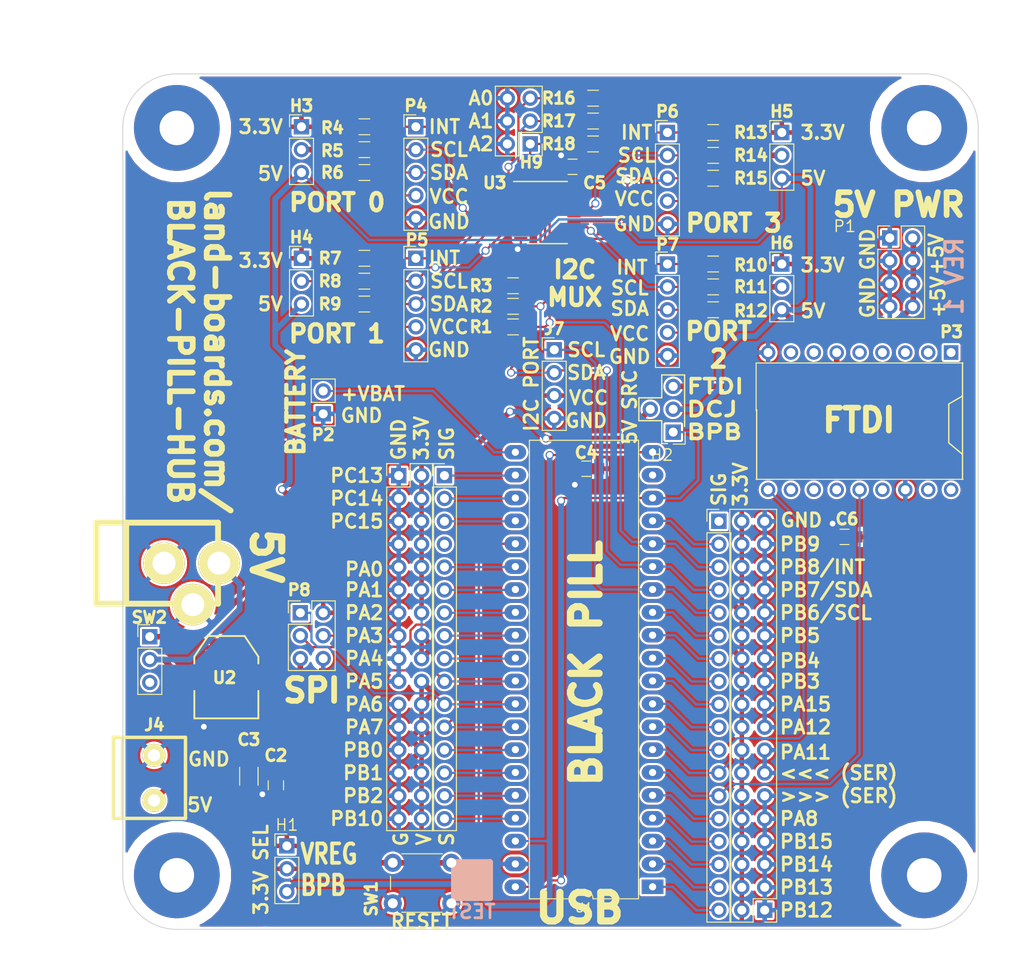
<source format=kicad_pcb>
(kicad_pcb (version 20171130) (host pcbnew "(5.1.5)-3")
  (title_block (title Blue-Pill-Hub) (date 2019-03-03) (rev 2) (company land-boards.com))
  (layers (0 F.Cu signal) (31 B.Cu signal) (36 B.SilkS user) (37 F.SilkS user) (38 B.Mask user) (39 F.Mask user) (44 Edge.Cuts user))
  (net 0 "")
  (net 1 +5V)
  (net 2 GND)
  (net 3 /STM_TX)
  (net 4 /STM_RX)
  (net 5 +3V3)
  (net 6 /VO3)
  (net 7 /STM_INT)
  (net 8 /STM_SDA)
  (net 9 /STM_SCL)
  (net 10 /INT0)
  (net 11 /SC0)
  (net 12 /SD0)
  (net 13 /SD1)
  (net 14 /SC1)
  (net 15 /INT1)
  (net 16 /INT2)
  (net 17 /SC2)
  (net 18 /SD2)
  (net 19 /SD3)
  (net 20 /SC3)
  (net 21 /INT3)
  (net 22 /PC13)
  (net 23 /PC14)
  (net 24 /PC15)
  (net 25 /PA0)
  (net 26 /PA1)
  (net 27 /PA2)
  (net 28 /PA3)
  (net 29 /PA4)
  (net 30 /PA5)
  (net 31 /PA6)
  (net 32 /PA7)
  (net 33 /PB0)
  (net 34 /PB1)
  (net 35 /PB10)
  (net 36 /PB9)
  (net 37 /PB5)
  (net 38 /PB4)
  (net 39 /PB3)
  (net 40 /PA15)
  (net 41 /PA12)
  (net 42 /PA11)
  (net 43 /PA8)
  (net 44 /PB15)
  (net 45 /PB14)
  (net 46 /PB13)
  (net 47 /PB12)
  (net 48 /A2)
  (net 49 /A1)
  (net 50 /A0)
  (net 51 /RES)
  (net 52 "Net-(H3-Pad2)")
  (net 53 "Net-(H4-Pad2)")
  (net 54 "Net-(H5-Pad2)")
  (net 55 "Net-(H6-Pad2)")
  (net 56 /VBAT)
  (net 57 /DCJ5V)
  (net 58 /FTDI5V)
  (net 59 "Net-(J1-Pad1)")
  (net 60 /BP3V)
  (net 61 /BP5V)
  (net 62 /PB2)
  (module LandBoards_Conns:Header-T (layer F.Cu) (at 71.12 49.784 180)
    (fp_text reference H2 (at 1.27 -2.54 180) (layer F.SilkS) (effects (font (size 1.27 1.27))))
    (fp_text value HEADER_T)
    (pad UP thru_hole rect (at 0 0 180) (size 1.7 1.7) (drill 1) (layers *.Cu *.Mask) (net 61 /BP5V))
    (pad CM thru_hole oval (at 0 2.54 180) (size 1.7 1.7) (drill 1) (layers *.Cu *.Mask) (net 1 +5V))
    (pad DN thru_hole oval (at 0 5.08 180) (size 1.7 1.7) (drill 1) (layers *.Cu *.Mask) (net 58 /FTDI5V))
    (pad LF thru_hole oval (at 2.54 2.54 180) (size 1.7 1.7) (drill 1) (layers *.Cu *.Mask) (net 57 /DCJ5V))
  )
  (module Capacitors_SMD:C_0805_HandSoldering (layer F.Cu) (at 90.1446 61.4172 180)
    (fp_text reference C6 (at -0.2794 1.9812 180) (layer F.SilkS) (effects (font (size 1.27 1.27) (thickness 0.3175))))
    (fp_text value 0.1uF)
    (pad 2 smd rect (at 1.25 0 180) (size 1.5 1.25) (layers F.Cu F.Paste F.Mask) (net 2 GND))
    (pad 1 smd rect (at -1.25 0 180) (size 1.5 1.25) (layers F.Cu F.Paste F.Mask) (net 5 +3V3))
  )
  (module Connector_PinHeader_2.54mm:PinHeader_2x04_P2.54mm_Vertical (layer F.Cu) (at 95.1738 28.2194)
    (fp_text reference P1 (at -5.0038 -1.2954) (layer F.SilkS) (effects (font (size 1.27 1.27))))
    (fp_text value Conn_02x04_Odd_Even)
    (pad 1 thru_hole rect (at 0 0) (size 1.7 1.7) (drill 1) (layers *.Cu *.Mask) (net 2 GND))
    (pad 2 thru_hole oval (at 2.54 0) (size 1.7 1.7) (drill 1) (layers *.Cu *.Mask) (net 1 +5V))
    (pad 3 thru_hole oval (at 0 2.54) (size 1.7 1.7) (drill 1) (layers *.Cu *.Mask) (net 2 GND))
    (pad 4 thru_hole oval (at 2.54 2.54) (size 1.7 1.7) (drill 1) (layers *.Cu *.Mask) (net 1 +5V))
    (pad 5 thru_hole oval (at 0 5.08) (size 1.7 1.7) (drill 1) (layers *.Cu *.Mask) (net 2 GND))
    (pad 6 thru_hole oval (at 2.54 5.08) (size 1.7 1.7) (drill 1) (layers *.Cu *.Mask) (net 1 +5V))
    (pad 7 thru_hole oval (at 0 7.62) (size 1.7 1.7) (drill 1) (layers *.Cu *.Mask) (net 2 GND))
    (pad 8 thru_hole oval (at 2.54 7.62) (size 1.7 1.7) (drill 1) (layers *.Cu *.Mask) (net 1 +5V))
  )
  (module Capacitors_SMD:C_1206_HandSoldering (layer F.Cu) (at 24 88 270)
    (fp_text reference C3 (at -4.064 0) (layer F.SilkS) (effects (font (size 1.27 1.27) (thickness 0.3175))))
    (fp_text value 10uF)
    (pad 2 smd rect (at 2 0 270) (size 2 1.6) (layers F.Cu F.Paste F.Mask) (net 2 GND))
    (pad 1 smd rect (at -2 0 270) (size 2 1.6) (layers F.Cu F.Paste F.Mask) (net 6 /VO3))
  )
  (module LandBoards_MountHoles:MTG-6-32 (layer F.Cu) (at 16 16)
    (fp_text reference MTG1 hide)
    (fp_text value MTG_HOLE hide)
    (pad 1 thru_hole circle (at 0 0) (size 9.525 9.525) (drill 3.8354) (layers *.Cu *.Mask) (clearance 1.27))
  )
  (module LandBoards_MountHoles:MTG-6-32 (layer F.Cu) (at 99 16)
    (fp_text reference MTG2 hide)
    (fp_text value MTG_HOLE hide)
    (pad 1 thru_hole circle (at 0 0) (size 9.525 9.525) (drill 3.8354) (layers *.Cu *.Mask) (clearance 1.27))
  )
  (module LandBoards_MountHoles:MTG-6-32 (layer F.Cu) (at 16 99)
    (fp_text reference MTG3 hide)
    (fp_text value MTG_HOLE hide)
    (pad 1 thru_hole circle (at 0 0) (size 9.525 9.525) (drill 3.8354) (layers *.Cu *.Mask) (clearance 1.27))
  )
  (module LandBoards_MountHoles:MTG-6-32 (layer F.Cu) (at 99 99)
    (fp_text reference MTG4 hide)
    (fp_text value MTG_HOLE hide)
    (pad 1 thru_hole circle (at 0 0) (size 9.525 9.525) (drill 3.8354) (layers *.Cu *.Mask) (clearance 1.27))
  )
  (module LandBoards_Conns:DCJ-NEW (layer F.Cu) (at 14.5796 64.3382)
    (fp_text reference J1 hide)
    (fp_text value DCJ0202 hide)
    (pad 2 thru_hole circle (at 0 0) (size 4.6 4.6) (drill 2.54) (layers *.Cu *.Mask F.SilkS) (net 2 GND))
    (pad 1 thru_hole circle (at 6.1 0) (size 4.6 4.6) (drill 2.54) (layers *.Cu *.Mask F.SilkS) (net 59 "Net-(J1-Pad1)"))
    (pad 3 thru_hole circle (at 3.2 4.6) (size 4.6 4.6) (drill 2.54) (layers *.Cu *.Mask F.SilkS) (net 2 GND))
  )
  (module LandBoards_Conns:TB2-5MM (layer F.Cu) (at 13.462 90.678 90)
    (fp_text reference J4 (at 8.382 0.038 180) (layer F.SilkS) (effects (font (size 1.27 1.27) (thickness 0.3175))))
    (fp_text value CONN_01X02 hide)
    (pad 1 thru_hole circle (at 0 0 90) (size 2.54 2.54) (drill 1.3589) (layers *.Cu *.Mask F.SilkS) (net 59 "Net-(J1-Pad1)"))
    (pad 2 thru_hole circle (at 5 0 90) (size 2.54 2.54) (drill 1.3589) (layers *.Cu *.Mask F.SilkS) (net 2 GND))
  )
  (module LandBoards_SMD_Packages:SOT223 (layer F.Cu) (at 21.5 77)
    (fp_text reference U2 (at -0.2032 0.0508) (layer F.SilkS) (effects (font (size 1.27 1.27) (thickness 0.3175))))
    (fp_text value AP1117 hide)
    (pad 4 smd rect (at 0 -3.302) (size 3.6576 2.032) (layers F.Cu F.Mask) (net 6 /VO3))
    (pad 2 smd rect (at 0 3.302) (size 1.016 2.032) (layers F.Cu F.Mask) (net 6 /VO3))
    (pad 3 smd rect (at 2.286 3.302) (size 1.016 2.032) (layers F.Cu F.Mask) (net 1 +5V))
    (pad 1 smd rect (at -2.286 3.302) (size 1.016 2.032) (layers F.Cu F.Mask) (net 2 GND))
  )
  (module Pin_Headers:Pin_Header_Straight_2x03_Pitch2.54mm (layer F.Cu) (at 55.245 17.78 180)
    (fp_text reference H9 (at -0.127 -2.032 180) (layer F.SilkS) (effects (font (size 1.27 1.27) (thickness 0.3175))))
    (fp_text value CONN_02X03)
    (pad 1 thru_hole rect (at 0 0 180) (size 1.7 1.7) (drill 1) (layers *.Cu *.Mask) (net 48 /A2))
    (pad 2 thru_hole oval (at 2.54 0 180) (size 1.7 1.7) (drill 1) (layers *.Cu *.Mask) (net 2 GND))
    (pad 3 thru_hole oval (at 0 2.54 180) (size 1.7 1.7) (drill 1) (layers *.Cu *.Mask) (net 49 /A1))
    (pad 4 thru_hole oval (at 2.54 2.54 180) (size 1.7 1.7) (drill 1) (layers *.Cu *.Mask) (net 2 GND))
    (pad 5 thru_hole oval (at 0 5.08 180) (size 1.7 1.7) (drill 1) (layers *.Cu *.Mask) (net 50 /A0))
    (pad 6 thru_hole oval (at 2.54 5.08 180) (size 1.7 1.7) (drill 1) (layers *.Cu *.Mask) (net 2 GND))
  )
  (module Pin_Headers:Pin_Header_Straight_2x16_Pitch2.54mm (layer F.Cu) (at 40.64 54.61)
    (fp_text reference P11 hide)
    (fp_text value CONN_02X16)
    (pad 1 thru_hole rect (at 0 0) (size 1.7 1.7) (drill 1) (layers *.Cu *.Mask) (net 2 GND))
    (pad 2 thru_hole oval (at 2.54 0) (size 1.7 1.7) (drill 1) (layers *.Cu *.Mask) (net 5 +3V3))
    (pad 3 thru_hole oval (at 0 2.54) (size 1.7 1.7) (drill 1) (layers *.Cu *.Mask) (net 2 GND))
    (pad 4 thru_hole oval (at 2.54 2.54) (size 1.7 1.7) (drill 1) (layers *.Cu *.Mask) (net 5 +3V3))
    (pad 5 thru_hole oval (at 0 5.08) (size 1.7 1.7) (drill 1) (layers *.Cu *.Mask) (net 2 GND))
    (pad 6 thru_hole oval (at 2.54 5.08) (size 1.7 1.7) (drill 1) (layers *.Cu *.Mask) (net 5 +3V3))
    (pad 7 thru_hole oval (at 0 7.62) (size 1.7 1.7) (drill 1) (layers *.Cu *.Mask) (net 2 GND))
    (pad 8 thru_hole oval (at 2.54 7.62) (size 1.7 1.7) (drill 1) (layers *.Cu *.Mask) (net 5 +3V3))
    (pad 9 thru_hole oval (at 0 10.16) (size 1.7 1.7) (drill 1) (layers *.Cu *.Mask) (net 2 GND))
    (pad 10 thru_hole oval (at 2.54 10.16) (size 1.7 1.7) (drill 1) (layers *.Cu *.Mask) (net 5 +3V3))
    (pad 11 thru_hole oval (at 0 12.7) (size 1.7 1.7) (drill 1) (layers *.Cu *.Mask) (net 2 GND))
    (pad 12 thru_hole oval (at 2.54 12.7) (size 1.7 1.7) (drill 1) (layers *.Cu *.Mask) (net 5 +3V3))
    (pad 13 thru_hole oval (at 0 15.24) (size 1.7 1.7) (drill 1) (layers *.Cu *.Mask) (net 2 GND))
    (pad 14 thru_hole oval (at 2.54 15.24) (size 1.7 1.7) (drill 1) (layers *.Cu *.Mask) (net 5 +3V3))
    (pad 15 thru_hole oval (at 0 17.78) (size 1.7 1.7) (drill 1) (layers *.Cu *.Mask) (net 2 GND))
    (pad 16 thru_hole oval (at 2.54 17.78) (size 1.7 1.7) (drill 1) (layers *.Cu *.Mask) (net 5 +3V3))
    (pad 17 thru_hole oval (at 0 20.32) (size 1.7 1.7) (drill 1) (layers *.Cu *.Mask) (net 2 GND))
    (pad 18 thru_hole oval (at 2.54 20.32) (size 1.7 1.7) (drill 1) (layers *.Cu *.Mask) (net 5 +3V3))
    (pad 19 thru_hole oval (at 0 22.86) (size 1.7 1.7) (drill 1) (layers *.Cu *.Mask) (net 2 GND))
    (pad 20 thru_hole oval (at 2.54 22.86) (size 1.7 1.7) (drill 1) (layers *.Cu *.Mask) (net 5 +3V3))
    (pad 21 thru_hole oval (at 0 25.4) (size 1.7 1.7) (drill 1) (layers *.Cu *.Mask) (net 2 GND))
    (pad 22 thru_hole oval (at 2.54 25.4) (size 1.7 1.7) (drill 1) (layers *.Cu *.Mask) (net 5 +3V3))
    (pad 23 thru_hole oval (at 0 27.94) (size 1.7 1.7) (drill 1) (layers *.Cu *.Mask) (net 2 GND))
    (pad 24 thru_hole oval (at 2.54 27.94) (size 1.7 1.7) (drill 1) (layers *.Cu *.Mask) (net 5 +3V3))
    (pad 25 thru_hole oval (at 0 30.48) (size 1.7 1.7) (drill 1) (layers *.Cu *.Mask) (net 2 GND))
    (pad 26 thru_hole oval (at 2.54 30.48) (size 1.7 1.7) (drill 1) (layers *.Cu *.Mask) (net 5 +3V3))
    (pad 27 thru_hole oval (at 0 33.02) (size 1.7 1.7) (drill 1) (layers *.Cu *.Mask) (net 2 GND))
    (pad 28 thru_hole oval (at 2.54 33.02) (size 1.7 1.7) (drill 1) (layers *.Cu *.Mask) (net 5 +3V3))
    (pad 29 thru_hole oval (at 0 35.56) (size 1.7 1.7) (drill 1) (layers *.Cu *.Mask) (net 2 GND))
    (pad 30 thru_hole oval (at 2.54 35.56) (size 1.7 1.7) (drill 1) (layers *.Cu *.Mask) (net 5 +3V3))
    (pad 31 thru_hole oval (at 0 38.1) (size 1.7 1.7) (drill 1) (layers *.Cu *.Mask) (net 2 GND))
    (pad 32 thru_hole oval (at 2.54 38.1) (size 1.7 1.7) (drill 1) (layers *.Cu *.Mask) (net 5 +3V3))
  )
  (module Pin_Headers:Pin_Header_Straight_1x16_Pitch2.54mm (layer F.Cu) (at 45.72 54.61)
    (fp_text reference P12 hide)
    (fp_text value CONN_01X16)
    (pad 1 thru_hole rect (at 0 0) (size 1.7 1.7) (drill 1) (layers *.Cu *.Mask) (net 22 /PC13))
    (pad 2 thru_hole oval (at 0 2.54) (size 1.7 1.7) (drill 1) (layers *.Cu *.Mask) (net 23 /PC14))
    (pad 3 thru_hole oval (at 0 5.08) (size 1.7 1.7) (drill 1) (layers *.Cu *.Mask) (net 24 /PC15))
    (pad 4 thru_hole oval (at 0 7.62) (size 1.7 1.7) (drill 1) (layers *.Cu *.Mask))
    (pad 5 thru_hole oval (at 0 10.16) (size 1.7 1.7) (drill 1) (layers *.Cu *.Mask) (net 25 /PA0))
    (pad 6 thru_hole oval (at 0 12.7) (size 1.7 1.7) (drill 1) (layers *.Cu *.Mask) (net 26 /PA1))
    (pad 7 thru_hole oval (at 0 15.24) (size 1.7 1.7) (drill 1) (layers *.Cu *.Mask) (net 27 /PA2))
    (pad 8 thru_hole oval (at 0 17.78) (size 1.7 1.7) (drill 1) (layers *.Cu *.Mask) (net 28 /PA3))
    (pad 9 thru_hole oval (at 0 20.32) (size 1.7 1.7) (drill 1) (layers *.Cu *.Mask) (net 29 /PA4))
    (pad 10 thru_hole oval (at 0 22.86) (size 1.7 1.7) (drill 1) (layers *.Cu *.Mask) (net 30 /PA5))
    (pad 11 thru_hole oval (at 0 25.4) (size 1.7 1.7) (drill 1) (layers *.Cu *.Mask) (net 31 /PA6))
    (pad 12 thru_hole oval (at 0 27.94) (size 1.7 1.7) (drill 1) (layers *.Cu *.Mask) (net 32 /PA7))
    (pad 13 thru_hole oval (at 0 30.48) (size 1.7 1.7) (drill 1) (layers *.Cu *.Mask) (net 33 /PB0))
    (pad 14 thru_hole oval (at 0 33.02) (size 1.7 1.7) (drill 1) (layers *.Cu *.Mask) (net 34 /PB1))
    (pad 15 thru_hole oval (at 0 35.56) (size 1.7 1.7) (drill 1) (layers *.Cu *.Mask) (net 62 /PB2))
    (pad 16 thru_hole oval (at 0 38.1) (size 1.7 1.7) (drill 1) (layers *.Cu *.Mask) (net 35 /PB10))
  )
  (module Pin_Headers:Pin_Header_Straight_2x18_Pitch2.54mm (layer F.Cu) (at 81.28 102.87 180)
    (fp_text reference P14 hide)
    (fp_text value CONN_02X18)
    (pad 1 thru_hole rect (at 0 0 180) (size 1.7 1.7) (drill 1) (layers *.Cu *.Mask) (net 2 GND))
    (pad 2 thru_hole oval (at 2.54 0 180) (size 1.7 1.7) (drill 1) (layers *.Cu *.Mask) (net 5 +3V3))
    (pad 3 thru_hole oval (at 0 2.54 180) (size 1.7 1.7) (drill 1) (layers *.Cu *.Mask) (net 2 GND))
    (pad 4 thru_hole oval (at 2.54 2.54 180) (size 1.7 1.7) (drill 1) (layers *.Cu *.Mask) (net 5 +3V3))
    (pad 5 thru_hole oval (at 0 5.08 180) (size 1.7 1.7) (drill 1) (layers *.Cu *.Mask) (net 2 GND))
    (pad 6 thru_hole oval (at 2.54 5.08 180) (size 1.7 1.7) (drill 1) (layers *.Cu *.Mask) (net 5 +3V3))
    (pad 7 thru_hole oval (at 0 7.62 180) (size 1.7 1.7) (drill 1) (layers *.Cu *.Mask) (net 2 GND))
    (pad 8 thru_hole oval (at 2.54 7.62 180) (size 1.7 1.7) (drill 1) (layers *.Cu *.Mask) (net 5 +3V3))
    (pad 9 thru_hole oval (at 0 10.16 180) (size 1.7 1.7) (drill 1) (layers *.Cu *.Mask) (net 2 GND))
    (pad 10 thru_hole oval (at 2.54 10.16 180) (size 1.7 1.7) (drill 1) (layers *.Cu *.Mask) (net 5 +3V3))
    (pad 11 thru_hole oval (at 0 12.7 180) (size 1.7 1.7) (drill 1) (layers *.Cu *.Mask) (net 2 GND))
    (pad 12 thru_hole oval (at 2.54 12.7 180) (size 1.7 1.7) (drill 1) (layers *.Cu *.Mask) (net 5 +3V3))
    (pad 13 thru_hole oval (at 0 15.24 180) (size 1.7 1.7) (drill 1) (layers *.Cu *.Mask) (net 2 GND))
    (pad 14 thru_hole oval (at 2.54 15.24 180) (size 1.7 1.7) (drill 1) (layers *.Cu *.Mask) (net 5 +3V3))
    (pad 15 thru_hole oval (at 0 17.78 180) (size 1.7 1.7) (drill 1) (layers *.Cu *.Mask) (net 2 GND))
    (pad 16 thru_hole oval (at 2.54 17.78 180) (size 1.7 1.7) (drill 1) (layers *.Cu *.Mask) (net 5 +3V3))
    (pad 17 thru_hole oval (at 0 20.32 180) (size 1.7 1.7) (drill 1) (layers *.Cu *.Mask) (net 2 GND))
    (pad 18 thru_hole oval (at 2.54 20.32 180) (size 1.7 1.7) (drill 1) (layers *.Cu *.Mask) (net 5 +3V3))
    (pad 19 thru_hole oval (at 0 22.86 180) (size 1.7 1.7) (drill 1) (layers *.Cu *.Mask) (net 2 GND))
    (pad 20 thru_hole oval (at 2.54 22.86 180) (size 1.7 1.7) (drill 1) (layers *.Cu *.Mask) (net 5 +3V3))
    (pad 21 thru_hole oval (at 0 25.4 180) (size 1.7 1.7) (drill 1) (layers *.Cu *.Mask) (net 2 GND))
    (pad 22 thru_hole oval (at 2.54 25.4 180) (size 1.7 1.7) (drill 1) (layers *.Cu *.Mask) (net 5 +3V3))
    (pad 23 thru_hole oval (at 0 27.94 180) (size 1.7 1.7) (drill 1) (layers *.Cu *.Mask) (net 2 GND))
    (pad 24 thru_hole oval (at 2.54 27.94 180) (size 1.7 1.7) (drill 1) (layers *.Cu *.Mask) (net 5 +3V3))
    (pad 25 thru_hole oval (at 0 30.48 180) (size 1.7 1.7) (drill 1) (layers *.Cu *.Mask) (net 2 GND))
    (pad 26 thru_hole oval (at 2.54 30.48 180) (size 1.7 1.7) (drill 1) (layers *.Cu *.Mask) (net 5 +3V3))
    (pad 27 thru_hole oval (at 0 33.02 180) (size 1.7 1.7) (drill 1) (layers *.Cu *.Mask) (net 2 GND))
    (pad 28 thru_hole oval (at 2.54 33.02 180) (size 1.7 1.7) (drill 1) (layers *.Cu *.Mask) (net 5 +3V3))
    (pad 29 thru_hole oval (at 0 35.56 180) (size 1.7 1.7) (drill 1) (layers *.Cu *.Mask) (net 2 GND))
    (pad 30 thru_hole oval (at 2.54 35.56 180) (size 1.7 1.7) (drill 1) (layers *.Cu *.Mask) (net 5 +3V3))
    (pad 31 thru_hole oval (at 0 38.1 180) (size 1.7 1.7) (drill 1) (layers *.Cu *.Mask) (net 2 GND))
    (pad 32 thru_hole oval (at 2.54 38.1 180) (size 1.7 1.7) (drill 1) (layers *.Cu *.Mask) (net 5 +3V3))
    (pad 33 thru_hole oval (at 0 40.64 180) (size 1.7 1.7) (drill 1) (layers *.Cu *.Mask) (net 2 GND))
    (pad 34 thru_hole oval (at 2.54 40.64 180) (size 1.7 1.7) (drill 1) (layers *.Cu *.Mask) (net 5 +3V3))
    (pad 35 thru_hole oval (at 0 43.18 180) (size 1.7 1.7) (drill 1) (layers *.Cu *.Mask) (net 2 GND))
    (pad 36 thru_hole oval (at 2.54 43.18 180) (size 1.7 1.7) (drill 1) (layers *.Cu *.Mask) (net 5 +3V3))
  )
  (module Resistors_SMD:R_0805_HandSoldering (layer F.Cu) (at 53.34 38.1)
    (fp_text reference R1 (at -3.556 0) (layer F.SilkS) (effects (font (size 1.27 1.27) (thickness 0.3175))))
    (fp_text value 10K)
    (pad 1 smd rect (at -1.35 0) (size 1.5 1.3) (layers F.Cu F.Mask) (net 5 +3V3))
    (pad 2 smd rect (at 1.35 0) (size 1.5 1.3) (layers F.Cu F.Mask) (net 7 /STM_INT))
  )
  (module Resistors_SMD:R_0805_HandSoldering (layer F.Cu) (at 53.34 35.814)
    (fp_text reference R2 (at -3.556 0) (layer F.SilkS) (effects (font (size 1.27 1.27) (thickness 0.3175))))
    (fp_text value 2.2K)
    (pad 1 smd rect (at -1.35 0) (size 1.5 1.3) (layers F.Cu F.Mask) (net 5 +3V3))
    (pad 2 smd rect (at 1.35 0) (size 1.5 1.3) (layers F.Cu F.Mask) (net 9 /STM_SCL))
  )
  (module Resistors_SMD:R_0805_HandSoldering (layer F.Cu) (at 53.34 33.528)
    (fp_text reference R3 (at -3.556 0) (layer F.SilkS) (effects (font (size 1.27 1.27) (thickness 0.3175))))
    (fp_text value 2.2K)
    (pad 1 smd rect (at -1.35 0) (size 1.5 1.3) (layers F.Cu F.Mask) (net 5 +3V3))
    (pad 2 smd rect (at 1.35 0) (size 1.5 1.3) (layers F.Cu F.Mask) (net 8 /STM_SDA))
  )
  (module Resistors_SMD:R_0805_HandSoldering (layer F.Cu) (at 36.83 15.875)
    (fp_text reference R4 (at -3.556 0.127) (layer F.SilkS) (effects (font (size 1.27 1.27) (thickness 0.3175))))
    (fp_text value 10K)
    (pad 1 smd rect (at -1.35 0) (size 1.5 1.3) (layers F.Cu F.Mask) (net 52 "Net-(H3-Pad2)"))
    (pad 2 smd rect (at 1.35 0) (size 1.5 1.3) (layers F.Cu F.Mask) (net 10 /INT0))
  )
  (module Resistors_SMD:R_0805_HandSoldering (layer F.Cu) (at 36.83 18.415)
    (fp_text reference R5 (at -3.556 0.127) (layer F.SilkS) (effects (font (size 1.27 1.27) (thickness 0.3175))))
    (fp_text value 2.2K)
    (pad 1 smd rect (at -1.35 0) (size 1.5 1.3) (layers F.Cu F.Mask) (net 52 "Net-(H3-Pad2)"))
    (pad 2 smd rect (at 1.35 0) (size 1.5 1.3) (layers F.Cu F.Mask) (net 11 /SC0))
  )
  (module Resistors_SMD:R_0805_HandSoldering (layer F.Cu) (at 36.83 20.955)
    (fp_text reference R6 (at -3.556 0) (layer F.SilkS) (effects (font (size 1.27 1.27) (thickness 0.3175))))
    (fp_text value 2.2K)
    (pad 1 smd rect (at -1.35 0) (size 1.5 1.3) (layers F.Cu F.Mask) (net 52 "Net-(H3-Pad2)"))
    (pad 2 smd rect (at 1.35 0) (size 1.5 1.3) (layers F.Cu F.Mask) (net 12 /SD0))
  )
  (module Resistors_SMD:R_0805_HandSoldering (layer F.Cu) (at 36.83 30.48)
    (fp_text reference R7 (at -3.81 0) (layer F.SilkS) (effects (font (size 1.27 1.27) (thickness 0.3175))))
    (fp_text value 10K)
    (pad 1 smd rect (at -1.35 0) (size 1.5 1.3) (layers F.Cu F.Mask) (net 53 "Net-(H4-Pad2)"))
    (pad 2 smd rect (at 1.35 0) (size 1.5 1.3) (layers F.Cu F.Mask) (net 15 /INT1))
  )
  (module Resistors_SMD:R_0805_HandSoldering (layer F.Cu) (at 36.83 33.02)
    (fp_text reference R8 (at -3.81 0) (layer F.SilkS) (effects (font (size 1.27 1.27) (thickness 0.3175))))
    (fp_text value 2.2K)
    (pad 1 smd rect (at -1.35 0) (size 1.5 1.3) (layers F.Cu F.Mask) (net 53 "Net-(H4-Pad2)"))
    (pad 2 smd rect (at 1.35 0) (size 1.5 1.3) (layers F.Cu F.Mask) (net 14 /SC1))
  )
  (module Resistors_SMD:R_0805_HandSoldering (layer F.Cu) (at 36.83 35.56)
    (fp_text reference R9 (at -3.81 0) (layer F.SilkS) (effects (font (size 1.27 1.27) (thickness 0.3175))))
    (fp_text value 2.2K)
    (pad 1 smd rect (at -1.35 0) (size 1.5 1.3) (layers F.Cu F.Mask) (net 53 "Net-(H4-Pad2)"))
    (pad 2 smd rect (at 1.35 0) (size 1.5 1.3) (layers F.Cu F.Mask) (net 13 /SD1))
  )
  (module Resistors_SMD:R_0805_HandSoldering (layer F.Cu) (at 75.565 31.115 180)
    (fp_text reference R10 (at -4.191 -0.127 180) (layer F.SilkS) (effects (font (size 1.27 1.27) (thickness 0.3175))))
    (fp_text value 10K)
    (pad 1 smd rect (at -1.35 0 180) (size 1.5 1.3) (layers F.Cu F.Mask) (net 55 "Net-(H6-Pad2)"))
    (pad 2 smd rect (at 1.35 0 180) (size 1.5 1.3) (layers F.Cu F.Mask) (net 16 /INT2))
  )
  (module Resistors_SMD:R_0805_HandSoldering (layer F.Cu) (at 75.565 33.655 180)
    (fp_text reference R11 (at -4.191 0 180) (layer F.SilkS) (effects (font (size 1.27 1.27) (thickness 0.3175))))
    (fp_text value 2.2K)
    (pad 1 smd rect (at -1.35 0 180) (size 1.5 1.3) (layers F.Cu F.Mask) (net 55 "Net-(H6-Pad2)"))
    (pad 2 smd rect (at 1.35 0 180) (size 1.5 1.3) (layers F.Cu F.Mask) (net 17 /SC2))
  )
  (module Resistors_SMD:R_0805_HandSoldering (layer F.Cu) (at 75.565 36.195 180)
    (fp_text reference R12 (at -4.191 -0.127 180) (layer F.SilkS) (effects (font (size 1.27 1.27) (thickness 0.3175))))
    (fp_text value 2.2K)
    (pad 1 smd rect (at -1.35 0 180) (size 1.5 1.3) (layers F.Cu F.Mask) (net 55 "Net-(H6-Pad2)"))
    (pad 2 smd rect (at 1.35 0 180) (size 1.5 1.3) (layers F.Cu F.Mask) (net 18 /SD2))
  )
  (module Resistors_SMD:R_0805_HandSoldering (layer F.Cu) (at 75.565 16.51 180)
    (fp_text reference R13 (at -4.191 0 180) (layer F.SilkS) (effects (font (size 1.27 1.27) (thickness 0.3175))))
    (fp_text value 10K)
    (pad 1 smd rect (at -1.35 0 180) (size 1.5 1.3) (layers F.Cu F.Mask) (net 54 "Net-(H5-Pad2)"))
    (pad 2 smd rect (at 1.35 0 180) (size 1.5 1.3) (layers F.Cu F.Mask) (net 21 /INT3))
  )
  (module Resistors_SMD:R_0805_HandSoldering (layer F.Cu) (at 75.565 19.05 180)
    (fp_text reference R14 (at -4.191 0 180) (layer F.SilkS) (effects (font (size 1.27 1.27) (thickness 0.3175))))
    (fp_text value 2.2K)
    (pad 1 smd rect (at -1.35 0 180) (size 1.5 1.3) (layers F.Cu F.Mask) (net 54 "Net-(H5-Pad2)"))
    (pad 2 smd rect (at 1.35 0 180) (size 1.5 1.3) (layers F.Cu F.Mask) (net 20 /SC3))
  )
  (module Resistors_SMD:R_0805_HandSoldering (layer F.Cu) (at 75.565 21.59 180)
    (fp_text reference R15 (at -4.191 0 180) (layer F.SilkS) (effects (font (size 1.27 1.27) (thickness 0.3175))))
    (fp_text value 2.2K)
    (pad 1 smd rect (at -1.35 0 180) (size 1.5 1.3) (layers F.Cu F.Mask) (net 54 "Net-(H5-Pad2)"))
    (pad 2 smd rect (at 1.35 0 180) (size 1.5 1.3) (layers F.Cu F.Mask) (net 19 /SD3))
  )
  (module Resistors_SMD:R_0805_HandSoldering (layer F.Cu) (at 62.23 12.7 180)
    (fp_text reference R16 (at 3.81 0 180) (layer F.SilkS) (effects (font (size 1.27 1.27) (thickness 0.3175))))
    (fp_text value 10K)
    (pad 1 smd rect (at -1.35 0 180) (size 1.5 1.3) (layers F.Cu F.Mask) (net 5 +3V3))
    (pad 2 smd rect (at 1.35 0 180) (size 1.5 1.3) (layers F.Cu F.Mask) (net 50 /A0))
  )
  (module Resistors_SMD:R_0805_HandSoldering (layer F.Cu) (at 62.23 15.24 180)
    (fp_text reference R17 (at 3.81 0 180) (layer F.SilkS) (effects (font (size 1.27 1.27) (thickness 0.3175))))
    (fp_text value 10K)
    (pad 1 smd rect (at -1.35 0 180) (size 1.5 1.3) (layers F.Cu F.Mask) (net 5 +3V3))
    (pad 2 smd rect (at 1.35 0 180) (size 1.5 1.3) (layers F.Cu F.Mask) (net 49 /A1))
  )
  (module Resistors_SMD:R_0805_HandSoldering (layer F.Cu) (at 62.23 17.78 180)
    (fp_text reference R18 (at 3.81 0 180) (layer F.SilkS) (effects (font (size 1.27 1.27) (thickness 0.3175))))
    (fp_text value 10K)
    (pad 1 smd rect (at -1.35 0 180) (size 1.5 1.3) (layers F.Cu F.Mask) (net 5 +3V3))
    (pad 2 smd rect (at 1.35 0 180) (size 1.5 1.3) (layers F.Cu F.Mask) (net 48 /A2))
  )
  (module Pin_Headers:Pin_Header_Straight_1x18_Pitch2.54mm (layer F.Cu) (at 76.2 59.69)
    (fp_text reference P13 hide)
    (fp_text value CONN_01X18)
    (pad 1 thru_hole rect (at 0 0) (size 1.7 1.7) (drill 1) (layers *.Cu *.Mask))
    (pad 2 thru_hole oval (at 0 2.54) (size 1.7 1.7) (drill 1) (layers *.Cu *.Mask) (net 36 /PB9))
    (pad 3 thru_hole oval (at 0 5.08) (size 1.7 1.7) (drill 1) (layers *.Cu *.Mask) (net 7 /STM_INT))
    (pad 4 thru_hole oval (at 0 7.62) (size 1.7 1.7) (drill 1) (layers *.Cu *.Mask) (net 8 /STM_SDA))
    (pad 5 thru_hole oval (at 0 10.16) (size 1.7 1.7) (drill 1) (layers *.Cu *.Mask) (net 9 /STM_SCL))
    (pad 6 thru_hole oval (at 0 12.7) (size 1.7 1.7) (drill 1) (layers *.Cu *.Mask) (net 37 /PB5))
    (pad 7 thru_hole oval (at 0 15.24) (size 1.7 1.7) (drill 1) (layers *.Cu *.Mask) (net 38 /PB4))
    (pad 8 thru_hole oval (at 0 17.78) (size 1.7 1.7) (drill 1) (layers *.Cu *.Mask) (net 39 /PB3))
    (pad 9 thru_hole oval (at 0 20.32) (size 1.7 1.7) (drill 1) (layers *.Cu *.Mask) (net 40 /PA15))
    (pad 10 thru_hole oval (at 0 22.86) (size 1.7 1.7) (drill 1) (layers *.Cu *.Mask) (net 41 /PA12))
    (pad 11 thru_hole oval (at 0 25.4) (size 1.7 1.7) (drill 1) (layers *.Cu *.Mask) (net 42 /PA11))
    (pad 12 thru_hole oval (at 0 27.94) (size 1.7 1.7) (drill 1) (layers *.Cu *.Mask) (net 4 /STM_RX))
    (pad 13 thru_hole oval (at 0 30.48) (size 1.7 1.7) (drill 1) (layers *.Cu *.Mask) (net 3 /STM_TX))
    (pad 14 thru_hole oval (at 0 33.02) (size 1.7 1.7) (drill 1) (layers *.Cu *.Mask) (net 43 /PA8))
    (pad 15 thru_hole oval (at 0 35.56) (size 1.7 1.7) (drill 1) (layers *.Cu *.Mask) (net 44 /PB15))
    (pad 16 thru_hole oval (at 0 38.1) (size 1.7 1.7) (drill 1) (layers *.Cu *.Mask) (net 45 /PB14))
    (pad 17 thru_hole oval (at 0 40.64) (size 1.7 1.7) (drill 1) (layers *.Cu *.Mask) (net 46 /PB13))
    (pad 18 thru_hole oval (at 0 43.18) (size 1.7 1.7) (drill 1) (layers *.Cu *.Mask) (net 47 /PB12))
  )
  (module Pin_Headers:Pin_Header_Straight_1x03_Pitch2.54mm (layer F.Cu) (at 29.845 15.875)
    (fp_text reference H3 (at 0 -2.33) (layer F.SilkS) (effects (font (size 1.27 1.27) (thickness 0.3175))))
    (fp_text value CONN_01X03)
    (pad 1 thru_hole rect (at 0 0) (size 1.7 1.7) (drill 1) (layers *.Cu *.Mask) (net 5 +3V3))
    (pad 2 thru_hole oval (at 0 2.54) (size 1.7 1.7) (drill 1) (layers *.Cu *.Mask) (net 52 "Net-(H3-Pad2)"))
    (pad 3 thru_hole oval (at 0 5.08) (size 1.7 1.7) (drill 1) (layers *.Cu *.Mask) (net 1 +5V))
  )
  (module Pin_Headers:Pin_Header_Straight_1x03_Pitch2.54mm (layer F.Cu) (at 83.185 16.51)
    (fp_text reference H5 (at 0 -2.33) (layer F.SilkS) (effects (font (size 1.27 1.27) (thickness 0.3175))))
    (fp_text value CONN_01X03)
    (pad 3 thru_hole oval (at 0 5.08) (size 1.7 1.7) (drill 1) (layers *.Cu *.Mask) (net 1 +5V))
    (pad 2 thru_hole oval (at 0 2.54) (size 1.7 1.7) (drill 1) (layers *.Cu *.Mask) (net 54 "Net-(H5-Pad2)"))
    (pad 1 thru_hole rect (at 0 0) (size 1.7 1.7) (drill 1) (layers *.Cu *.Mask) (net 5 +3V3))
  )
  (module Pin_Headers:Pin_Header_Straight_1x03_Pitch2.54mm (layer F.Cu) (at 29.845 30.48)
    (fp_text reference H4 (at 0 -2.33) (layer F.SilkS) (effects (font (size 1.27 1.27) (thickness 0.3175))))
    (fp_text value CONN_01X03)
    (pad 3 thru_hole oval (at 0 5.08) (size 1.7 1.7) (drill 1) (layers *.Cu *.Mask) (net 1 +5V))
    (pad 2 thru_hole oval (at 0 2.54) (size 1.7 1.7) (drill 1) (layers *.Cu *.Mask) (net 53 "Net-(H4-Pad2)"))
    (pad 1 thru_hole rect (at 0 0) (size 1.7 1.7) (drill 1) (layers *.Cu *.Mask) (net 5 +3V3))
  )
  (module Pin_Headers:Pin_Header_Straight_1x03_Pitch2.54mm (layer F.Cu) (at 83.185 31.115)
    (fp_text reference H6 (at 0 -2.33) (layer F.SilkS) (effects (font (size 1.27 1.27) (thickness 0.3175))))
    (fp_text value CONN_01X03)
    (pad 1 thru_hole rect (at 0 0) (size 1.7 1.7) (drill 1) (layers *.Cu *.Mask) (net 5 +3V3))
    (pad 2 thru_hole oval (at 0 2.54) (size 1.7 1.7) (drill 1) (layers *.Cu *.Mask) (net 55 "Net-(H6-Pad2)"))
    (pad 3 thru_hole oval (at 0 5.08) (size 1.7 1.7) (drill 1) (layers *.Cu *.Mask) (net 1 +5V))
  )
  (module Housings_SSOP:TSSOP-20_4.4x6.5mm_Pitch0.65mm (layer F.Cu) (at 57.15 25.4)
    (fp_text reference U3 (at -5.842 -3.302) (layer F.SilkS) (effects (font (size 1.27 1.27) (thickness 0.3175))))
    (fp_text value PCA9544A)
    (pad 20 smd rect (at 2.95 -2.925) (size 1.45 0.45) (layers F.Cu F.Paste F.Mask) (net 5 +3V3))
    (pad 19 smd rect (at 2.95 -2.275) (size 1.45 0.45) (layers F.Cu F.Paste F.Mask) (net 8 /STM_SDA))
    (pad 18 smd rect (at 2.95 -1.625) (size 1.45 0.45) (layers F.Cu F.Paste F.Mask) (net 9 /STM_SCL))
    (pad 17 smd rect (at 2.95 -0.975) (size 1.45 0.45) (layers F.Cu F.Paste F.Mask) (net 7 /STM_INT))
    (pad 16 smd rect (at 2.95 -0.325) (size 1.45 0.45) (layers F.Cu F.Paste F.Mask) (net 20 /SC3))
    (pad 15 smd rect (at 2.95 0.325) (size 1.45 0.45) (layers F.Cu F.Paste F.Mask) (net 19 /SD3))
    (pad 14 smd rect (at 2.95 0.975) (size 1.45 0.45) (layers F.Cu F.Paste F.Mask) (net 21 /INT3))
    (pad 13 smd rect (at 2.95 1.625) (size 1.45 0.45) (layers F.Cu F.Paste F.Mask) (net 17 /SC2))
    (pad 12 smd rect (at 2.95 2.275) (size 1.45 0.45) (layers F.Cu F.Paste F.Mask) (net 18 /SD2))
    (pad 11 smd rect (at 2.95 2.925) (size 1.45 0.45) (layers F.Cu F.Paste F.Mask) (net 16 /INT2))
    (pad 10 smd rect (at -2.95 2.925) (size 1.45 0.45) (layers F.Cu F.Paste F.Mask) (net 2 GND))
    (pad 9 smd rect (at -2.95 2.275) (size 1.45 0.45) (layers F.Cu F.Paste F.Mask) (net 14 /SC1))
    (pad 8 smd rect (at -2.95 1.625) (size 1.45 0.45) (layers F.Cu F.Paste F.Mask) (net 13 /SD1))
    (pad 7 smd rect (at -2.95 0.975) (size 1.45 0.45) (layers F.Cu F.Paste F.Mask) (net 15 /INT1))
    (pad 6 smd rect (at -2.95 0.325) (size 1.45 0.45) (layers F.Cu F.Paste F.Mask) (net 11 /SC0))
    (pad 5 smd rect (at -2.95 -0.325) (size 1.45 0.45) (layers F.Cu F.Paste F.Mask) (net 12 /SD0))
    (pad 4 smd rect (at -2.95 -0.975) (size 1.45 0.45) (layers F.Cu F.Paste F.Mask) (net 10 /INT0))
    (pad 3 smd rect (at -2.95 -1.625) (size 1.45 0.45) (layers F.Cu F.Paste F.Mask) (net 48 /A2))
    (pad 2 smd rect (at -2.95 -2.275) (size 1.45 0.45) (layers F.Cu F.Paste F.Mask) (net 49 /A1))
    (pad 1 smd rect (at -2.95 -2.925) (size 1.45 0.45) (layers F.Cu F.Paste F.Mask) (net 50 /A0))
  )
  (module Pin_Headers:Pin_Header_Straight_1x05_Pitch2.54mm (layer F.Cu) (at 42.545 15.875)
    (fp_text reference P4 (at 0 -2.33) (layer F.SilkS) (effects (font (size 1.27 1.27) (thickness 0.3175))))
    (fp_text value CONN_01X05)
    (pad 1 thru_hole rect (at 0 0) (size 1.7 1.7) (drill 1) (layers *.Cu *.Mask) (net 10 /INT0))
    (pad 2 thru_hole oval (at 0 2.54) (size 1.7 1.7) (drill 1) (layers *.Cu *.Mask) (net 11 /SC0))
    (pad 3 thru_hole oval (at 0 5.08) (size 1.7 1.7) (drill 1) (layers *.Cu *.Mask) (net 12 /SD0))
    (pad 4 thru_hole oval (at 0 7.62) (size 1.7 1.7) (drill 1) (layers *.Cu *.Mask) (net 52 "Net-(H3-Pad2)"))
    (pad 5 thru_hole oval (at 0 10.16) (size 1.7 1.7) (drill 1) (layers *.Cu *.Mask) (net 2 GND))
  )
  (module Pin_Headers:Pin_Header_Straight_1x05_Pitch2.54mm (layer F.Cu) (at 42.545 30.48)
    (fp_text reference P5 (at 0.127 -2.032) (layer F.SilkS) (effects (font (size 1.27 1.27) (thickness 0.3175))))
    (fp_text value CONN_01X05)
    (pad 5 thru_hole oval (at 0 10.16) (size 1.7 1.7) (drill 1) (layers *.Cu *.Mask) (net 2 GND))
    (pad 4 thru_hole oval (at 0 7.62) (size 1.7 1.7) (drill 1) (layers *.Cu *.Mask) (net 53 "Net-(H4-Pad2)"))
    (pad 3 thru_hole oval (at 0 5.08) (size 1.7 1.7) (drill 1) (layers *.Cu *.Mask) (net 13 /SD1))
    (pad 2 thru_hole oval (at 0 2.54) (size 1.7 1.7) (drill 1) (layers *.Cu *.Mask) (net 14 /SC1))
    (pad 1 thru_hole rect (at 0 0) (size 1.7 1.7) (drill 1) (layers *.Cu *.Mask) (net 15 /INT1))
  )
  (module Pin_Headers:Pin_Header_Straight_1x05_Pitch2.54mm (layer F.Cu) (at 70.485 31.115)
    (fp_text reference P7 (at 0 -2.159) (layer F.SilkS) (effects (font (size 1.27 1.27) (thickness 0.3175))))
    (fp_text value CONN_01X05)
    (pad 1 thru_hole rect (at 0 0) (size 1.7 1.7) (drill 1) (layers *.Cu *.Mask) (net 16 /INT2))
    (pad 2 thru_hole oval (at 0 2.54) (size 1.7 1.7) (drill 1) (layers *.Cu *.Mask) (net 17 /SC2))
    (pad 3 thru_hole oval (at 0 5.08) (size 1.7 1.7) (drill 1) (layers *.Cu *.Mask) (net 18 /SD2))
    (pad 4 thru_hole oval (at 0 7.62) (size 1.7 1.7) (drill 1) (layers *.Cu *.Mask) (net 55 "Net-(H6-Pad2)"))
    (pad 5 thru_hole oval (at 0 10.16) (size 1.7 1.7) (drill 1) (layers *.Cu *.Mask) (net 2 GND))
  )
  (module Pin_Headers:Pin_Header_Straight_1x05_Pitch2.54mm (layer F.Cu) (at 70.485 16.51)
    (fp_text reference P6 (at 0 -2.33) (layer F.SilkS) (effects (font (size 1.27 1.27) (thickness 0.3175))))
    (fp_text value CONN_01X05)
    (pad 5 thru_hole oval (at 0 10.16) (size 1.7 1.7) (drill 1) (layers *.Cu *.Mask) (net 2 GND))
    (pad 4 thru_hole oval (at 0 7.62) (size 1.7 1.7) (drill 1) (layers *.Cu *.Mask) (net 54 "Net-(H5-Pad2)"))
    (pad 3 thru_hole oval (at 0 5.08) (size 1.7 1.7) (drill 1) (layers *.Cu *.Mask) (net 19 /SD3))
    (pad 2 thru_hole oval (at 0 2.54) (size 1.7 1.7) (drill 1) (layers *.Cu *.Mask) (net 20 /SC3))
    (pad 1 thru_hole rect (at 0 0) (size 1.7 1.7) (drill 1) (layers *.Cu *.Mask) (net 21 /INT3))
  )
  (module Pin_Headers:Pin_Header_Straight_1x04_Pitch2.54mm (layer F.Cu) (at 57.912 40.64)
    (fp_text reference J7 (at 0 -2.33) (layer F.SilkS) (effects (font (size 1.27 1.27) (thickness 0.3175))))
    (fp_text value Conn_01x04)
    (pad 4 thru_hole oval (at 0 7.62) (size 1.7 1.7) (drill 1) (layers *.Cu *.Mask) (net 2 GND))
    (pad 3 thru_hole oval (at 0 5.08) (size 1.7 1.7) (drill 1) (layers *.Cu *.Mask) (net 5 +3V3))
    (pad 2 thru_hole oval (at 0 2.54) (size 1.7 1.7) (drill 1) (layers *.Cu *.Mask) (net 8 /STM_SDA))
    (pad 1 thru_hole rect (at 0 0) (size 1.7 1.7) (drill 1) (layers *.Cu *.Mask) (net 9 /STM_SCL))
  )
  (module Buttons_Switches_THT:SW_PUSH_6mm_h8.5mm (layer F.Cu) (at 46.482 102.108 180)
    (fp_text reference SW1 (at 8.89 0.508 270) (layer F.SilkS) (effects (font (size 1.27 1.27) (thickness 0.3175))))
    (fp_text value SW_Push)
    (pad 2 thru_hole circle (at 0 4.5 270) (size 2 2) (drill 1.1) (layers *.Cu *.Mask) (net 51 /RES))
    (pad 1 thru_hole circle (at 0 0 270) (size 2 2) (drill 1.1) (layers *.Cu *.Mask) (net 2 GND))
    (pad 2 thru_hole circle (at 6.5 4.5 270) (size 2 2) (drill 1.1) (layers *.Cu *.Mask) (net 51 /RES))
    (pad 1 thru_hole circle (at 6.5 0 270) (size 2 2) (drill 1.1) (layers *.Cu *.Mask) (net 2 GND))
  )
  (module Capacitors_SMD:C_0805_HandSoldering (layer F.Cu) (at 27 89 270)
    (fp_text reference C2 (at -3.302 0) (layer F.SilkS) (effects (font (size 1.27 1.27) (thickness 0.3175))))
    (fp_text value 0.1uF)
    (pad 2 smd rect (at 1.25 0 270) (size 1.5 1.25) (layers F.Cu F.Paste F.Mask) (net 2 GND))
    (pad 1 smd rect (at -1.25 0 270) (size 1.5 1.25) (layers F.Cu F.Paste F.Mask) (net 6 /VO3))
  )
  (module Capacitors_SMD:C_0805_HandSoldering (layer F.Cu) (at 61.468 53.848 180)
    (fp_text reference C4 (at 0 1.778 180) (layer F.SilkS) (effects (font (size 1.27 1.27) (thickness 0.3175))))
    (fp_text value 0.1uF)
    (pad 2 smd rect (at 1.25 0 180) (size 1.5 1.25) (layers F.Cu F.Paste F.Mask) (net 2 GND))
    (pad 1 smd rect (at -1.25 0 180) (size 1.5 1.25) (layers F.Cu F.Paste F.Mask) (net 5 +3V3))
  )
  (module Capacitors_SMD:C_0805_HandSoldering (layer F.Cu) (at 59.944 20.32 180)
    (fp_text reference C5 (at -2.456 -1.78 180) (layer F.SilkS) (effects (font (size 1.27 1.27) (thickness 0.3175))))
    (fp_text value 0.1uF)
    (pad 1 smd rect (at -1.25 0 180) (size 1.5 1.25) (layers F.Cu F.Paste F.Mask) (net 5 +3V3))
    (pad 2 smd rect (at 1.25 0 180) (size 1.5 1.25) (layers F.Cu F.Paste F.Mask) (net 2 GND))
  )
  (module Pin_Headers:Pin_Header_Straight_1x02_Pitch2.54mm (layer F.Cu) (at 32.258 47.752 180)
    (fp_text reference P2 (at 0 -2.33 180) (layer F.SilkS) (effects (font (size 1.27 1.27) (thickness 0.3175))))
    (fp_text value CONN_01X02)
    (pad 2 thru_hole oval (at 0 2.54 180) (size 1.7 1.7) (drill 1) (layers *.Cu *.Mask) (net 56 /VBAT))
    (pad 1 thru_hole rect (at 0 0 180) (size 1.7 1.7) (drill 1) (layers *.Cu *.Mask) (net 2 GND))
  )
  (module Pin_Headers:Pin_Header_Straight_2x03_Pitch2.54mm (layer F.Cu) (at 29.718 69.85)
    (fp_text reference P8 (at -0.127 -2.54) (layer F.SilkS) (effects (font (size 1.27 1.27) (thickness 0.3175))))
    (fp_text value Conn_02x03_Odd_Even)
    (pad 6 thru_hole oval (at 2.54 5.08) (size 1.7 1.7) (drill 1) (layers *.Cu *.Mask) (net 2 GND))
    (pad 5 thru_hole oval (at 0 5.08) (size 1.7 1.7) (drill 1) (layers *.Cu *.Mask) (net 51 /RES))
    (pad 4 thru_hole oval (at 2.54 2.54) (size 1.7 1.7) (drill 1) (layers *.Cu *.Mask) (net 32 /PA7))
    (pad 3 thru_hole oval (at 0 2.54) (size 1.7 1.7) (drill 1) (layers *.Cu *.Mask) (net 30 /PA5))
    (pad 2 thru_hole oval (at 2.54 0) (size 1.7 1.7) (drill 1) (layers *.Cu *.Mask) (net 5 +3V3))
    (pad 1 thru_hole rect (at 0 0) (size 1.7 1.7) (drill 1) (layers *.Cu *.Mask) (net 31 /PA6))
  )
  (module LandBoards_Conns:FTDI-Module (layer F.Cu) (at 101.981 40.9448 270)
    (fp_text reference P3 (at -2.286 -0.051001) (layer F.SilkS) (effects (font (size 1.27 1.27) (thickness 0.3175))))
    (fp_text value FTDI_Module)
    (pad 1 thru_hole rect (at 0 0 270) (size 1.6 1.6) (drill 0.9906) (layers *.Cu *.Mask))
    (pad 10 thru_hole oval (at 15.24 20.32 270) (size 1.6 1.6) (drill 0.9906) (layers *.Cu *.Mask) (net 4 /STM_RX))
    (pad 2 thru_hole oval (at 0 2.54 270) (size 1.6 1.6) (drill 0.9906) (layers *.Cu *.Mask))
    (pad 11 thru_hole oval (at 15.24 17.78 270) (size 1.6 1.6) (drill 0.9906) (layers *.Cu *.Mask))
    (pad 3 thru_hole oval (at 0 5.08 270) (size 1.6 1.6) (drill 0.9906) (layers *.Cu *.Mask))
    (pad 12 thru_hole oval (at 15.24 15.24 270) (size 1.6 1.6) (drill 0.9906) (layers *.Cu *.Mask))
    (pad 4 thru_hole oval (at 0 7.62 270) (size 1.6 1.6) (drill 0.9906) (layers *.Cu *.Mask))
    (pad 13 thru_hole oval (at 15.24 12.7 270) (size 1.6 1.6) (drill 0.9906) (layers *.Cu *.Mask))
    (pad 5 thru_hole oval (at 0 10.16 270) (size 1.6 1.6) (drill 0.9906) (layers *.Cu *.Mask))
    (pad 14 thru_hole oval (at 15.24 10.16 270) (size 1.6 1.6) (drill 0.9906) (layers *.Cu *.Mask) (net 3 /STM_TX))
    (pad 6 thru_hole oval (at 0 12.7 270) (size 1.6 1.6) (drill 0.9906) (layers *.Cu *.Mask) (net 58 /FTDI5V))
    (pad 15 thru_hole oval (at 15.24 7.62 270) (size 1.6 1.6) (drill 0.9906) (layers *.Cu *.Mask))
    (pad 7 thru_hole oval (at 0 15.24 270) (size 1.6 1.6) (drill 0.9906) (layers *.Cu *.Mask))
    (pad 16 thru_hole oval (at 15.24 5.08 270) (size 1.6 1.6) (drill 0.9906) (layers *.Cu *.Mask) (net 2 GND))
    (pad 8 thru_hole oval (at 0 17.78 270) (size 1.6 1.6) (drill 0.9906) (layers *.Cu *.Mask))
    (pad 17 thru_hole oval (at 15.24 2.54 270) (size 1.6 1.6) (drill 0.9906) (layers *.Cu *.Mask))
    (pad 9 thru_hole oval (at 0 20.32 270) (size 1.6 1.6) (drill 0.9906) (layers *.Cu *.Mask) (net 2 GND))
    (pad 18 thru_hole oval (at 15.24 0 270) (size 1.6 1.6) (drill 0.9906) (layers *.Cu *.Mask))
  )
  (module Connector_PinHeader_2.54mm:PinHeader_1x03_P2.54mm_Vertical (layer F.Cu) (at 28.2194 95.7326)
    (fp_text reference H1 (at 0 -2.33) (layer F.SilkS) (effects (font (size 1.27 1.27))))
    (fp_text value CONN_01X03)
    (pad 1 thru_hole rect (at 0 0) (size 1.7 1.7) (drill 1) (layers *.Cu *.Mask) (net 6 /VO3))
    (pad 2 thru_hole oval (at 0 2.54) (size 1.7 1.7) (drill 1) (layers *.Cu *.Mask) (net 5 +3V3))
    (pad 3 thru_hole oval (at 0 5.08) (size 1.7 1.7) (drill 1) (layers *.Cu *.Mask) (net 60 /BP3V))
  )
  (module Connector_PinHeader_2.54mm:PinHeader_1x03_P2.54mm_Vertical (layer F.Cu) (at 13 72.5)
    (fp_text reference SW2 (at -0.046 -2.142 180) (layer F.SilkS) (effects (font (size 1.27 1.27) (thickness 0.3175))))
    (fp_text value SW_SPDT)
    (pad 1 thru_hole rect (at 0 0) (size 1.7 1.7) (drill 1) (layers *.Cu *.Mask) (net 57 /DCJ5V))
    (pad 2 thru_hole oval (at 0 2.54) (size 1.7 1.7) (drill 1) (layers *.Cu *.Mask) (net 59 "Net-(J1-Pad1)"))
    (pad 3 thru_hole oval (at 0 5.08) (size 1.7 1.7) (drill 1) (layers *.Cu *.Mask))
  )
  (module LandBoards_Marking:TEST_BLK-REAR (layer F.Cu) (at 48.782999 99.528999 180)
    (fp_text reference TEST (at 0 -3.5) (layer B.SilkS) (effects (font (size 1.524 1.524) (thickness 0.3048)) (justify mirror)))
    (fp_text value COUPON hide)
  )
  (module Package_DIP:DIP-40_W15.24mm_LongPads (layer F.Cu) (at 68.832999 100.278999 180)
    (fp_text reference U1 (at 7.62 -2.33) (layer F.SilkS))
    (fp_text value Black-Pill)
    (pad 1 thru_hole rect (at 0 0 180) (size 2.4 1.6) (drill 0.8) (layers *.Cu *.Mask) (net 47 /PB12))
    (pad 21 thru_hole oval (at 15.24 48.26 180) (size 2.4 1.6) (drill 0.8) (layers *.Cu *.Mask) (net 56 /VBAT))
    (pad 2 thru_hole oval (at 0 2.54 180) (size 2.4 1.6) (drill 0.8) (layers *.Cu *.Mask) (net 46 /PB13))
    (pad 22 thru_hole oval (at 15.24 45.72 180) (size 2.4 1.6) (drill 0.8) (layers *.Cu *.Mask) (net 22 /PC13))
    (pad 3 thru_hole oval (at 0 5.08 180) (size 2.4 1.6) (drill 0.8) (layers *.Cu *.Mask) (net 45 /PB14))
    (pad 23 thru_hole oval (at 15.24 43.18 180) (size 2.4 1.6) (drill 0.8) (layers *.Cu *.Mask) (net 23 /PC14))
    (pad 4 thru_hole oval (at 0 7.62 180) (size 2.4 1.6) (drill 0.8) (layers *.Cu *.Mask) (net 44 /PB15))
    (pad 24 thru_hole oval (at 15.24 40.64 180) (size 2.4 1.6) (drill 0.8) (layers *.Cu *.Mask) (net 24 /PC15))
    (pad 5 thru_hole oval (at 0 10.16 180) (size 2.4 1.6) (drill 0.8) (layers *.Cu *.Mask) (net 43 /PA8))
    (pad 25 thru_hole oval (at 15.24 38.1 180) (size 2.4 1.6) (drill 0.8) (layers *.Cu *.Mask) (net 51 /RES))
    (pad 6 thru_hole oval (at 0 12.7 180) (size 2.4 1.6) (drill 0.8) (layers *.Cu *.Mask) (net 3 /STM_TX))
    (pad 26 thru_hole oval (at 15.24 35.56 180) (size 2.4 1.6) (drill 0.8) (layers *.Cu *.Mask) (net 25 /PA0))
    (pad 7 thru_hole oval (at 0 15.24 180) (size 2.4 1.6) (drill 0.8) (layers *.Cu *.Mask) (net 4 /STM_RX))
    (pad 27 thru_hole oval (at 15.24 33.02 180) (size 2.4 1.6) (drill 0.8) (layers *.Cu *.Mask) (net 26 /PA1))
    (pad 8 thru_hole oval (at 0 17.78 180) (size 2.4 1.6) (drill 0.8) (layers *.Cu *.Mask) (net 42 /PA11))
    (pad 28 thru_hole oval (at 15.24 30.48 180) (size 2.4 1.6) (drill 0.8) (layers *.Cu *.Mask) (net 27 /PA2))
    (pad 9 thru_hole oval (at 0 20.32 180) (size 2.4 1.6) (drill 0.8) (layers *.Cu *.Mask) (net 41 /PA12))
    (pad 29 thru_hole oval (at 15.24 27.94 180) (size 2.4 1.6) (drill 0.8) (layers *.Cu *.Mask) (net 28 /PA3))
    (pad 10 thru_hole oval (at 0 22.86 180) (size 2.4 1.6) (drill 0.8) (layers *.Cu *.Mask) (net 40 /PA15))
    (pad 30 thru_hole oval (at 15.24 25.4 180) (size 2.4 1.6) (drill 0.8) (layers *.Cu *.Mask) (net 29 /PA4))
    (pad 11 thru_hole oval (at 0 25.4 180) (size 2.4 1.6) (drill 0.8) (layers *.Cu *.Mask) (net 39 /PB3))
    (pad 31 thru_hole oval (at 15.24 22.86 180) (size 2.4 1.6) (drill 0.8) (layers *.Cu *.Mask) (net 30 /PA5))
    (pad 12 thru_hole oval (at 0 27.94 180) (size 2.4 1.6) (drill 0.8) (layers *.Cu *.Mask) (net 38 /PB4))
    (pad 32 thru_hole oval (at 15.24 20.32 180) (size 2.4 1.6) (drill 0.8) (layers *.Cu *.Mask) (net 31 /PA6))
    (pad 13 thru_hole oval (at 0 30.48 180) (size 2.4 1.6) (drill 0.8) (layers *.Cu *.Mask) (net 37 /PB5))
    (pad 33 thru_hole oval (at 15.24 17.78 180) (size 2.4 1.6) (drill 0.8) (layers *.Cu *.Mask) (net 32 /PA7))
    (pad 14 thru_hole oval (at 0 33.02 180) (size 2.4 1.6) (drill 0.8) (layers *.Cu *.Mask) (net 9 /STM_SCL))
    (pad 34 thru_hole oval (at 15.24 15.24 180) (size 2.4 1.6) (drill 0.8) (layers *.Cu *.Mask) (net 33 /PB0))
    (pad 15 thru_hole oval (at 0 35.56 180) (size 2.4 1.6) (drill 0.8) (layers *.Cu *.Mask) (net 8 /STM_SDA))
    (pad 35 thru_hole oval (at 15.24 12.7 180) (size 2.4 1.6) (drill 0.8) (layers *.Cu *.Mask) (net 34 /PB1))
    (pad 16 thru_hole oval (at 0 38.1 180) (size 2.4 1.6) (drill 0.8) (layers *.Cu *.Mask) (net 7 /STM_INT))
    (pad 36 thru_hole oval (at 15.24 10.16 180) (size 2.4 1.6) (drill 0.8) (layers *.Cu *.Mask) (net 62 /PB2))
    (pad 17 thru_hole oval (at 0 40.64 180) (size 2.4 1.6) (drill 0.8) (layers *.Cu *.Mask) (net 36 /PB9))
    (pad 37 thru_hole oval (at 15.24 7.62 180) (size 2.4 1.6) (drill 0.8) (layers *.Cu *.Mask) (net 35 /PB10))
    (pad 18 thru_hole oval (at 0 43.18 180) (size 2.4 1.6) (drill 0.8) (layers *.Cu *.Mask) (net 61 /BP5V))
    (pad 38 thru_hole oval (at 15.24 5.08 180) (size 2.4 1.6) (drill 0.8) (layers *.Cu *.Mask) (net 60 /BP3V))
    (pad 19 thru_hole oval (at 0 45.72 180) (size 2.4 1.6) (drill 0.8) (layers *.Cu *.Mask))
    (pad 39 thru_hole oval (at 15.24 2.54 180) (size 2.4 1.6) (drill 0.8) (layers *.Cu *.Mask) (net 2 GND))
    (pad 20 thru_hole oval (at 0 48.26 180) (size 2.4 1.6) (drill 0.8) (layers *.Cu *.Mask) (net 60 /BP3V))
    (pad 40 thru_hole oval (at 15.24 0 180) (size 2.4 1.6) (drill 0.8) (layers *.Cu *.Mask) (net 61 /BP5V))
  )
  (gr_text PC15 (at 39.116 59.69) (layer F.SilkS) (effects (font (size 1.5 1.5) (thickness 0.3)) (justify right)))
  (gr_text "5V SRC" (at 66.294 46.99 90) (layer F.SilkS) (effects (font (size 1.5 1.5) (thickness 0.3))))
  (gr_text "FTDI\nDCJ\nBPB" (at 72.39 47.244) (layer F.SilkS) (effects (font (size 1.5748 2.032) (thickness 0.3937)) (justify left)))
  (gr_text GND (at 82.8802 59.563) (layer F.SilkS) (effects (font (size 1.5 1.5) (thickness 0.3)) (justify left)))
  (gr_text "3.3V SEL" (at 25.3492 98.3742 90) (layer F.SilkS) (effects (font (size 1.5 1.5) (thickness 0.3))))
  (gr_text FTDI (at 91.7448 48.4632) (layer F.SilkS) (effects (font (size 2.54 2.54) (thickness 0.635))))
  (gr_text SPI (at 30.988 78.486) (layer F.SilkS) (effects (font (size 2.54 2.54) (thickness 0.635))))
  (gr_text "5V PWR" (at 96.1644 24.5364) (layer F.SilkS) (effects (font (size 2.54 2.54) (thickness 0.635))))
  (gr_text RESET (at 43.18 104.14) (layer F.SilkS) (effects (font (size 1.5 1.5) (thickness 0.3))))
  (gr_text +5V (at 100.5332 34.7726 90) (layer F.SilkS) (effects (font (size 1.5 1.5) (thickness 0.3))))
  (gr_text +5V (at 100.33 30.0228 90) (layer F.SilkS) (effects (font (size 1.5 1.5) (thickness 0.3))))
  (gr_text GND (at 92.71 29.4894 90) (layer F.SilkS) (effects (font (size 1.5 1.5) (thickness 0.3))))
  (gr_text GND (at 92.71 34.8234 90) (layer F.SilkS) (effects (font (size 1.5 1.5) (thickness 0.3))))
  (gr_text "+VBAT\nGND" (at 34.036 46.736) (layer F.SilkS) (effects (font (size 1.5 1.5) (thickness 0.3)) (justify left)))
  (gr_text BATTERY (at 29.21 46.482 90) (layer F.SilkS) (effects (font (size 1.905 1.905) (thickness 0.47625))))
  (gr_text ">>> (SER)" (at 82.804 90.17) (layer F.SilkS) (effects (font (size 1.5 1.5) (thickness 0.3)) (justify left)))
  (gr_text "VREG\nBPB" (at 29.5148 98.3742) (layer F.SilkS) (effects (font (size 2.159 1.651) (thickness 0.41275)) (justify left)))
  (gr_text GND (at 19.558 86.106) (layer F.SilkS) (effects (font (size 1.5 1.5) (thickness 0.3))))
  (gr_text 5V (at 18.542 91.186) (layer F.SilkS) (effects (font (size 1.5 1.5) (thickness 0.3))))
  (gr_text PC13 (at 39.116 54.61) (layer F.SilkS) (effects (font (size 1.5 1.5) (thickness 0.3)) (justify right)))
  (gr_text PC14 (at 39.116 57.15) (layer F.SilkS) (effects (font (size 1.5 1.5) (thickness 0.3)) (justify right)))
  (gr_text PA0 (at 39.116 65.024) (layer F.SilkS) (effects (font (size 1.5 1.5) (thickness 0.3)) (justify right)))
  (gr_text PA1 (at 39.116 67.31) (layer F.SilkS) (effects (font (size 1.5 1.5) (thickness 0.3)) (justify right)))
  (gr_text PA2 (at 39.116 69.85) (layer F.SilkS) (effects (font (size 1.5 1.5) (thickness 0.3)) (justify right)))
  (gr_text PA3 (at 39.116 72.39) (layer F.SilkS) (effects (font (size 1.5 1.5) (thickness 0.3)) (justify right)))
  (gr_text PA4 (at 39.116 74.93) (layer F.SilkS) (effects (font (size 1.5 1.5) (thickness 0.3)) (justify right)))
  (gr_text PA5 (at 39.116 77.47) (layer F.SilkS) (effects (font (size 1.5 1.5) (thickness 0.3)) (justify right)))
  (gr_text PA6 (at 39.116 80.01) (layer F.SilkS) (effects (font (size 1.5 1.5) (thickness 0.3)) (justify right)))
  (gr_text PA7 (at 39.116 82.55) (layer F.SilkS) (effects (font (size 1.5 1.5) (thickness 0.3)) (justify right)))
  (gr_text GND (at 40.64 53.086 90) (layer F.SilkS) (effects (font (size 1.5 1.5) (thickness 0.3)) (justify left)))
  (gr_text 3.3V (at 43.18 53.086 90) (layer F.SilkS) (effects (font (size 1.5 1.5) (thickness 0.3)) (justify left)))
  (gr_text SIG (at 45.974 53.086 90) (layer F.SilkS) (effects (font (size 1.5 1.5) (thickness 0.3)) (justify left)))
  (gr_text SIG (at 76.2 58.166 90) (layer F.SilkS) (effects (font (size 1.5 1.5) (thickness 0.3)) (justify left)))
  (gr_text 3.3V (at 78.5876 58.2168 90) (layer F.SilkS) (effects (font (size 1.5 1.5) (thickness 0.3)) (justify left)))
  (gr_text G (at 40.894 94.996 90) (layer F.SilkS) (effects (font (size 1.5 1.5) (thickness 0.3))))
  (gr_text V (at 43.434 94.996 90) (layer F.SilkS) (effects (font (size 1.5 1.5) (thickness 0.3))))
  (gr_text S (at 45.974 94.996 90) (layer F.SilkS) (effects (font (size 1.5 1.5) (thickness 0.3))))
  (gr_text PB0 (at 39.116 85.09) (layer F.SilkS) (effects (font (size 1.5 1.5) (thickness 0.3)) (justify right)))
  (gr_text PB1 (at 39.116 87.63) (layer F.SilkS) (effects (font (size 1.5 1.5) (thickness 0.3)) (justify right)))
  (gr_text PB2 (at 39.116 90.17) (layer F.SilkS) (effects (font (size 1.5 1.5) (thickness 0.3)) (justify right)))
  (gr_text PB10 (at 39.116 92.71) (layer F.SilkS) (effects (font (size 1.5 1.5) (thickness 0.3)) (justify right)))
  (gr_text PB12 (at 82.804 102.87) (layer F.SilkS) (effects (font (size 1.5 1.5) (thickness 0.3)) (justify left)))
  (gr_text PB13 (at 82.804 100.33) (layer F.SilkS) (effects (font (size 1.5 1.5) (thickness 0.3)) (justify left)))
  (gr_text PB14 (at 82.804 97.79) (layer F.SilkS) (effects (font (size 1.5 1.5) (thickness 0.3)) (justify left)))
  (gr_text PB15 (at 82.804 95.25) (layer F.SilkS) (effects (font (size 1.5 1.5) (thickness 0.3)) (justify left)))
  (gr_text PA8 (at 82.804 92.71) (layer F.SilkS) (effects (font (size 1.5 1.5) (thickness 0.3)) (justify left)))
  (gr_text PA11 (at 82.804 85.344) (layer F.SilkS) (effects (font (size 1.5 1.5) (thickness 0.3)) (justify left)))
  (gr_text PA12 (at 82.804 82.55) (layer F.SilkS) (effects (font (size 1.5 1.5) (thickness 0.3)) (justify left)))
  (gr_text PA15 (at 82.804 80.01) (layer F.SilkS) (effects (font (size 1.5 1.5) (thickness 0.3)) (justify left)))
  (gr_text PB3 (at 82.804 77.47) (layer F.SilkS) (effects (font (size 1.5 1.5) (thickness 0.3)) (justify left)))
  (gr_text PB5 (at 82.804 72.39) (layer F.SilkS) (effects (font (size 1.5 1.5) (thickness 0.3)) (justify left)))
  (gr_text PB4 (at 82.804 75.184) (layer F.SilkS) (effects (font (size 1.5 1.5) (thickness 0.3)) (justify left)))
  (gr_text PB6/SCL (at 82.804 69.85) (layer F.SilkS) (effects (font (size 1.5 1.5) (thickness 0.3)) (justify left)))
  (gr_text PB7/SDA (at 82.804 67.31) (layer F.SilkS) (effects (font (size 1.5 1.5) (thickness 0.3)) (justify left)))
  (gr_text PB8/INT (at 82.804 64.77) (layer F.SilkS) (effects (font (size 1.5 1.5) (thickness 0.3)) (justify left)))
  (gr_text PB9 (at 82.804 62.23) (layer F.SilkS) (effects (font (size 1.5 1.5) (thickness 0.3)) (justify left)))
  (gr_text "<<< (SER)" (at 82.804 87.63) (layer F.SilkS) (effects (font (size 1.5 1.5) (thickness 0.3)) (justify left)))
  (gr_text "I2C PORT" (at 55.372 44.45 90) (layer F.SilkS) (effects (font (size 1.5 1.5) (thickness 0.3))))
  (gr_text VCC (at 61.722 45.974) (layer F.SilkS) (effects (font (size 1.5 1.5) (thickness 0.3))))
  (gr_text SDA (at 61.468 43.18) (layer F.SilkS) (effects (font (size 1.5 1.5) (thickness 0.3))))
  (gr_text GND (at 61.468 48.514) (layer F.SilkS) (effects (font (size 1.5 1.5) (thickness 0.3))))
  (gr_text SCL (at 61.468 40.64) (layer F.SilkS) (effects (font (size 1.5 1.5) (thickness 0.3))))
  (gr_text A2 (at 49.784 17.78) (layer F.SilkS) (effects (font (size 1.5 1.5) (thickness 0.3))))
  (gr_text A1 (at 49.784 15.24) (layer F.SilkS) (effects (font (size 1.5 1.5) (thickness 0.3))))
  (gr_text A0 (at 49.784 12.7) (layer F.SilkS) (effects (font (size 1.5 1.5) (thickness 0.3))))
  (gr_text 5V (at 85.09 21.59) (layer F.SilkS) (effects (font (size 1.5 1.5) (thickness 0.3)) (justify left)))
  (gr_text 3.3V (at 85.09 16.51) (layer F.SilkS) (effects (font (size 1.5 1.5) (thickness 0.3)) (justify left)))
  (gr_text 3.3V (at 85.09 31.242) (layer F.SilkS) (effects (font (size 1.5 1.5) (thickness 0.3)) (justify left)))
  (gr_text 3.3V (at 27.94 30.734) (layer F.SilkS) (effects (font (size 1.5 1.5) (thickness 0.3)) (justify right)))
  (gr_text 5V (at 85.09 36.322) (layer F.SilkS) (effects (font (size 1.5 1.5) (thickness 0.3)) (justify left)))
  (gr_text 5V (at 27.94 35.56) (layer F.SilkS) (effects (font (size 1.5 1.5) (thickness 0.3)) (justify right)))
  (gr_text 5V (at 27.94 21.082) (layer F.SilkS) (effects (font (size 1.5 1.5) (thickness 0.3)) (justify right)))
  (gr_text 3.3V (at 27.94 15.875) (layer F.SilkS) (effects (font (size 1.5 1.5) (thickness 0.3)) (justify right)))
  (gr_text "I2C\nMUX" (at 60.198 33.274) (layer F.SilkS) (effects (font (size 1.905 1.905) (thickness 0.47625))))
  (gr_text "PORT\n2" (at 76.1746 40.132) (layer F.SilkS) (effects (font (size 1.905 1.905) (thickness 0.47625))))
  (gr_text "PORT 3" (at 77.851 26.5684) (layer F.SilkS) (effects (font (size 1.905 1.905) (thickness 0.47625))))
  (gr_text GND (at 66.802 26.67) (layer F.SilkS) (effects (font (size 1.5 1.5) (thickness 0.3))))
  (gr_text VCC (at 66.802 23.876) (layer F.SilkS) (effects (font (size 1.5 1.5) (thickness 0.3))))
  (gr_text SDA (at 66.802 21.336) (layer F.SilkS) (effects (font (size 1.5 1.5) (thickness 0.3))))
  (gr_text SCL (at 67.056 19.05) (layer F.SilkS) (effects (font (size 1.5 1.5) (thickness 0.3))))
  (gr_text INT (at 67.056 16.51) (layer F.SilkS) (effects (font (size 1.5 1.5) (thickness 0.3))))
  (gr_text INT (at 66.548 31.496) (layer F.SilkS) (effects (font (size 1.5 1.5) (thickness 0.3))))
  (gr_text SCL (at 66.294 33.782) (layer F.SilkS) (effects (font (size 1.5 1.5) (thickness 0.3))))
  (gr_text SDA (at 66.294 36.068) (layer F.SilkS) (effects (font (size 1.5 1.5) (thickness 0.3))))
  (gr_text VCC (at 66.294 38.862) (layer F.SilkS) (effects (font (size 1.5 1.5) (thickness 0.3))))
  (gr_text GND (at 66.294 41.402) (layer F.SilkS) (effects (font (size 1.5 1.5) (thickness 0.3))))
  (gr_text GND (at 46.228 40.64) (layer F.SilkS) (effects (font (size 1.5 1.5) (thickness 0.3))))
  (gr_text VCC (at 46.228 38.1) (layer F.SilkS) (effects (font (size 1.5 1.5) (thickness 0.3))))
  (gr_text SDA (at 46.228 35.56) (layer F.SilkS) (effects (font (size 1.5 1.5) (thickness 0.3))))
  (gr_text SCL (at 46.228 33.02) (layer F.SilkS) (effects (font (size 1.5 1.5) (thickness 0.3))))
  (gr_text "PORT 1" (at 33.782 38.862) (layer F.SilkS) (effects (font (size 1.905 1.905) (thickness 0.47625))))
  (gr_text "PORT 0" (at 33.8074 24.2824) (layer F.SilkS) (effects (font (size 1.905 1.905) (thickness 0.47625))))
  (gr_text GND (at 46.228 26.416) (layer F.SilkS) (effects (font (size 1.5 1.5) (thickness 0.3))))
  (gr_text VCC (at 46.228 23.622) (layer F.SilkS) (effects (font (size 1.5 1.5) (thickness 0.3))))
  (gr_text SDA (at 46.228 20.955) (layer F.SilkS) (effects (font (size 1.5 1.5) (thickness 0.3))))
  (gr_text SCL (at 46.228 18.415) (layer F.SilkS) (effects (font (size 1.5 1.5) (thickness 0.3))))
  (gr_text INT (at 45.72 30.48) (layer F.SilkS) (effects (font (size 1.5 1.5) (thickness 0.3))))
  (gr_text INT (at 45.72 15.875) (layer F.SilkS) (effects (font (size 1.5 1.5) (thickness 0.3))))
  (gr_text USB (at 60.7314 102.6414) (layer F.SilkS) (effects (font (size 3.175 3.175) (thickness 0.79375))))
  (gr_text "BLACK PILL" (at 61.468 75.438 90) (layer F.SilkS) (effects (font (size 3.175 3.175) (thickness 0.79375))))
  (gr_text 5V (at 25.908 63.5762 270) (layer F.SilkS) (effects (font (size 3.175 3.175) (thickness 0.79375))))
  (gr_text "REV 1" (at 102.3366 32.4612 90) (layer B.SilkS) (effects (font (size 1.905 1.905) (thickness 0.381)) (justify mirror)))
  (gr_line (start 10 99) (end 10 16) (angle 90) (layer Edge.Cuts) (width 0.1))
  (gr_line (start 99 105) (end 16 105) (angle 90) (layer Edge.Cuts) (width 0.1))
  (gr_line (start 105 16) (end 105 99) (angle 90) (layer Edge.Cuts) (width 0.1))
  (gr_line (start 16 10) (end 99 10) (angle 90) (layer Edge.Cuts) (width 0.1))
  (gr_arc (start 16 99) (end 16 105) (angle 90) (layer Edge.Cuts) (width 0.1))
  (gr_arc (start 99 99) (end 105 99) (angle 90) (layer Edge.Cuts) (width 0.1))
  (gr_arc (start 99 16) (end 99 10) (angle 90) (layer Edge.Cuts) (width 0.1))
  (gr_arc (start 16 16) (end 10 16) (angle 90) (layer Edge.Cuts) (width 0.1))
  (gr_text "land-boards.com/\nBLACK-PILL-HUB" (at 18.415 40.767 270) (layer F.SilkS) (effects (font (size 2.54 2.54) (thickness 0.635))))
  (segment (start 26.924 38.481) (end 29.845 35.56) (width 0.635) (layer B.Cu) (net 1))
  (segment (start 26.924 23.876) (end 29.845 20.955) (width 0.635) (layer B.Cu) (net 1))
  (segment (start 26.924 38.481) (end 26.924 23.876) (width 0.635) (layer B.Cu) (net 1))
  (segment (start 97.79 28.4734) (end 97.79 31.0134) (width 0.635) (layer F.Cu) (net 1))
  (segment (start 97.79 31.0134) (end 97.79 33.5534) (width 0.635) (layer F.Cu) (net 1))
  (segment (start 97.79 33.5534) (end 97.79 36.0934) (width 0.635) (layer F.Cu) (net 1))
  (segment (start 83.185 36.195) (end 85.217 36.195) (width 0.635) (layer B.Cu) (net 1))
  (segment (start 85.217 36.195) (end 86.36 35.052) (width 0.635) (layer B.Cu) (net 1))
  (segment (start 86.36 35.052) (end 86.36 22.606) (width 0.635) (layer B.Cu) (net 1))
  (segment (start 86.36 22.606) (end 85.344 21.59) (width 0.635) (layer B.Cu) (net 1))
  (segment (start 96.1136 37.4396) (end 97.7138 35.8394) (width 0.635) (layer F.Cu) (net 1))
  (segment (start 84.4296 37.4396) (end 83.185 36.195) (width 0.635) (layer F.Cu) (net 1))
  (segment (start 96.1136 37.4396) (end 84.4296 37.4396) (width 0.635) (layer F.Cu) (net 1))
  (segment (start 26.924 38.481) (end 26.924 40.132) (width 0.635) (layer B.Cu) (net 1))
  (segment (start 28.535999 41.743999) (end 26.924 40.132) (width 0.635) (layer B.Cu) (net 1))
  (segment (start 28.535999 55.284001) (end 28.535999 41.743999) (width 0.635) (layer B.Cu) (net 1))
  (segment (start 27.686 56.134) (end 28.535999 55.284001) (width 0.635) (layer B.Cu) (net 1))
  (via (at 27.686 56.134) (size 0.889) (drill 0.635) (layers F.Cu B.Cu) (net 1))
  (segment (start 71.12 47.244) (end 73.914 47.244) (width 0.635) (layer B.Cu) (net 1))
  (segment (start 73.914 47.244) (end 76.2 44.958) (width 0.635) (layer B.Cu) (net 1))
  (segment (start 76.2 44.958) (end 76.2 41.402) (width 0.635) (layer B.Cu) (net 1))
  (segment (start 78.486 39.116) (end 80.264 39.116) (width 0.635) (layer B.Cu) (net 1))
  (segment (start 76.2 41.402) (end 78.486 39.116) (width 0.635) (layer B.Cu) (net 1))
  (segment (start 80.264 39.116) (end 83.185 36.195) (width 0.635) (layer B.Cu) (net 1))
  (segment (start 30.226 58.674) (end 27.686 56.134) (width 0.635) (layer F.Cu) (net 1))
  (segment (start 23.786 80.302) (end 24.929 80.302) (width 0.635) (layer F.Cu) (net 1))
  (segment (start 27.5 67.5) (end 30.226 64.774) (width 0.635) (layer F.Cu) (net 1))
  (segment (start 27.5 77.731) (end 27.5 67.5) (width 0.635) (layer F.Cu) (net 1))
  (segment (start 24.929 80.302) (end 27.5 77.731) (width 0.635) (layer F.Cu) (net 1))
  (segment (start 30.226 64.774) (end 30.226 58.674) (width 0.635) (layer F.Cu) (net 1))
  (segment (start 29.845 20.955) (end 37.338 28.448) (width 0.254) (layer B.Cu) (net 1))
  (segment (start 37.338 28.448) (end 56.134 28.448) (width 0.254) (layer B.Cu) (net 1))
  (segment (start 56.134 28.448) (end 58.42 26.162) (width 0.254) (layer B.Cu) (net 1))
  (segment (start 58.42 26.162) (end 64.77 26.162) (width 0.254) (layer B.Cu) (net 1))
  (segment (start 64.77 26.162) (end 67.31 28.702) (width 0.254) (layer B.Cu) (net 1))
  (segment (start 67.31 28.702) (end 80.518 28.702) (width 0.254) (layer B.Cu) (net 1))
  (segment (start 83.185 26.035) (end 83.185 21.59) (width 0.254) (layer B.Cu) (net 1))
  (segment (start 80.518 28.702) (end 83.185 26.035) (width 0.254) (layer B.Cu) (net 1))
  (segment (start 83.185 21.59) (end 83.312 21.59) (width 0.254) (layer B.Cu) (net 1))
  (segment (start 85.344 21.59) (end 83.312 21.59) (width 0.635) (layer B.Cu) (net 1))
  (via (at 53.848 29.464) (size 0.889) (drill 0.635) (layers F.Cu B.Cu) (net 2))
  (segment (start 54.2 28.325) (end 54.2 29.112) (width 0.254) (layer F.Cu) (net 2))
  (segment (start 54.2 29.112) (end 53.848 29.464) (width 0.254) (layer F.Cu) (net 2))
  (via (at 58.674 19.05) (size 0.889) (drill 0.635) (layers F.Cu B.Cu) (net 2))
  (segment (start 58.694 20.32) (end 58.694 19.07) (width 0.254) (layer F.Cu) (net 2))
  (segment (start 58.694 19.07) (end 58.674 19.05) (width 0.254) (layer F.Cu) (net 2))
  (segment (start 88.8946 61.4172) (end 88.8946 60.0148) (width 0.635) (layer F.Cu) (net 2))
  (via (at 88.8238 59.944) (size 0.889) (drill 0.635) (layers F.Cu B.Cu) (net 2))
  (segment (start 88.8946 60.0148) (end 88.8238 59.944) (width 0.635) (layer F.Cu) (net 2))
  (segment (start 24 90) (end 25.5 90) (width 0.635) (layer F.Cu) (net 2))
  (segment (start 25.74 90.25) (end 27 90.25) (width 0.635) (layer F.Cu) (net 2))
  (segment (start 25.5 90.01) (end 25.74 90.25) (width 0.635) (layer F.Cu) (net 2))
  (segment (start 25.5 90) (end 25.5 90.01) (width 0.635) (layer F.Cu) (net 2))
  (via (at 25.5 90) (size 0.889) (drill 0.635) (layers F.Cu B.Cu) (net 2))
  (segment (start 19.214 80.302) (end 19.214 82.286) (width 0.635) (layer F.Cu) (net 2))
  (via (at 19 82.5) (size 0.889) (drill 0.635) (layers F.Cu B.Cu) (net 2))
  (segment (start 19.214 82.286) (end 19 82.5) (width 0.635) (layer F.Cu) (net 2))
  (via (at 60.198 55.626) (size 0.889) (drill 0.635) (layers F.Cu B.Cu) (net 2))
  (segment (start 60.218 53.848) (end 60.218 55.606) (width 0.254) (layer F.Cu) (net 2))
  (segment (start 60.218 55.606) (end 60.198 55.626) (width 0.254) (layer F.Cu) (net 2))
  (segment (start 77.508999 88.861001) (end 88.532599 88.861001) (width 0.254) (layer B.Cu) (net 3))
  (segment (start 76.2 90.17) (end 77.508999 88.861001) (width 0.254) (layer B.Cu) (net 3))
  (segment (start 91.821 85.5726) (end 91.821 56.1848) (width 0.254) (layer B.Cu) (net 3))
  (segment (start 88.532599 88.861001) (end 91.821 85.5726) (width 0.254) (layer B.Cu) (net 3))
  (segment (start 70.560999 87.578999) (end 68.832999 87.578999) (width 0.254) (layer B.Cu) (net 3))
  (segment (start 76.2 90.17) (end 73.152 90.17) (width 0.254) (layer B.Cu) (net 3))
  (segment (start 73.152 90.17) (end 70.560999 87.578999) (width 0.254) (layer B.Cu) (net 3))
  (segment (start 78.227117 83.781001) (end 85.103599 83.781001) (width 0.254) (layer B.Cu) (net 4))
  (segment (start 77.508999 84.499119) (end 78.227117 83.781001) (width 0.254) (layer B.Cu) (net 4))
  (segment (start 76.2 87.63) (end 77.508999 86.321001) (width 0.254) (layer B.Cu) (net 4))
  (segment (start 77.508999 86.321001) (end 77.508999 84.499119) (width 0.254) (layer B.Cu) (net 4))
  (segment (start 85.103599 83.781001) (end 85.598 83.2866) (width 0.254) (layer B.Cu) (net 4))
  (segment (start 85.598 60.1218) (end 81.661 56.1848) (width 0.254) (layer B.Cu) (net 4))
  (segment (start 85.598 83.2866) (end 85.598 60.1218) (width 0.254) (layer B.Cu) (net 4))
  (segment (start 70.306999 85.038999) (end 68.832999 85.038999) (width 0.254) (layer B.Cu) (net 4))
  (segment (start 76.2 87.63) (end 72.898 87.63) (width 0.254) (layer B.Cu) (net 4))
  (segment (start 72.898 87.63) (end 70.306999 85.038999) (width 0.254) (layer B.Cu) (net 4))
  (segment (start 77.890001 74.080001) (end 77.636001 74.080001) (width 0.635) (layer F.Cu) (net 5))
  (segment (start 78.74 74.93) (end 77.890001 74.080001) (width 0.635) (layer F.Cu) (net 5))
  (segment (start 77.890001 69.000001) (end 77.636001 69.000001) (width 0.635) (layer F.Cu) (net 5))
  (segment (start 78.74 69.85) (end 77.890001 69.000001) (width 0.635) (layer F.Cu) (net 5))
  (segment (start 43.18 82.55) (end 44.45 83.82) (width 0.635) (layer F.Cu) (net 5))
  (segment (start 44.029999 73.239999) (end 44.283999 73.239999) (width 0.635) (layer F.Cu) (net 5))
  (segment (start 43.18 72.39) (end 44.029999 73.239999) (width 0.635) (layer F.Cu) (net 5))
  (segment (start 44.283999 73.826001) (end 43.18 74.93) (width 0.635) (layer F.Cu) (net 5))
  (segment (start 44.283999 73.239999) (end 44.283999 73.826001) (width 0.635) (layer F.Cu) (net 5))
  (segment (start 43.18 77.47) (end 44.196 78.486) (width 0.635) (layer F.Cu) (net 5))
  (segment (start 44.196 78.994) (end 43.18 80.01) (width 0.635) (layer F.Cu) (net 5))
  (segment (start 44.196 78.486) (end 44.196 78.994) (width 0.635) (layer F.Cu) (net 5))
  (segment (start 43.18 82.55) (end 42.330001 83.399999) (width 0.635) (layer F.Cu) (net 5))
  (segment (start 42.330001 84.240001) (end 43.18 85.09) (width 0.635) (layer F.Cu) (net 5))
  (segment (start 42.330001 83.399999) (end 42.330001 84.240001) (width 0.635) (layer F.Cu) (net 5))
  (segment (start 43.18 85.09) (end 41.91 86.36) (width 0.635) (layer F.Cu) (net 5))
  (segment (start 41.91 86.36) (end 43.18 87.63) (width 0.635) (layer F.Cu) (net 5))
  (segment (start 43.18 69.85) (end 43.18 72.39) (width 0.254) (layer B.Cu) (net 5))
  (segment (start 56.896 38.1) (end 54.69 38.1) (width 0.254) (layer F.Cu) (net 7))
  (segment (start 57.404 37.592) (end 56.896 38.1) (width 0.254) (layer F.Cu) (net 7))
  (segment (start 57.404 35.486) (end 57.404 37.592) (width 0.254) (layer F.Cu) (net 7))
  (segment (start 60.1 24.425) (end 57.871 24.425) (width 0.254) (layer F.Cu) (net 7))
  (segment (start 57.404 24.892) (end 57.404 26.142) (width 0.254) (layer F.Cu) (net 7))
  (segment (start 57.871 24.425) (end 57.404 24.892) (width 0.254) (layer F.Cu) (net 7))
  (segment (start 57.404 26.142) (end 57.404009 26.142009) (width 0.254) (layer F.Cu) (net 7))
  (segment (start 57.404009 26.142009) (end 57.404009 35.485991) (width 0.254) (layer F.Cu) (net 7))
  (segment (start 57.404009 35.485991) (end 57.404 35.486) (width 0.254) (layer F.Cu) (net 7))
  (segment (start 71.322999 62.178999) (end 68.832999 62.178999) (width 0.254) (layer B.Cu) (net 7))
  (segment (start 73.914 64.77) (end 71.322999 62.178999) (width 0.254) (layer B.Cu) (net 7))
  (segment (start 76.2 64.77) (end 73.914 64.77) (width 0.254) (layer B.Cu) (net 7))
  (segment (start 63.5 37.592) (end 57.404 37.592) (width 0.254) (layer B.Cu) (net 7))
  (segment (start 65.278 39.37) (end 63.5 37.592) (width 0.254) (layer B.Cu) (net 7))
  (segment (start 65.278 60.706) (end 65.278 39.37) (width 0.254) (layer B.Cu) (net 7))
  (via (at 57.404 37.592) (size 0.889) (drill 0.635) (layers F.Cu B.Cu) (net 7))
  (segment (start 68.832999 62.178999) (end 67.378999 62.178999) (width 0.254) (layer B.Cu) (net 7))
  (segment (start 67.378999 62.178999) (end 67.176 61.976) (width 0.254) (layer B.Cu) (net 7))
  (segment (start 67.176 61.976) (end 66.548 61.976) (width 0.254) (layer B.Cu) (net 7))
  (segment (start 66.548 61.976) (end 65.278 60.706) (width 0.254) (layer B.Cu) (net 7))
  (via (at 53.121001 43.18) (size 0.889) (drill 0.635) (layers F.Cu B.Cu) (net 8))
  (segment (start 57.912 43.18) (end 53.121001 43.18) (width 0.254) (layer B.Cu) (net 8))
  (segment (start 53.121001 43.18) (end 53.121001 42.672) (width 0.254) (layer F.Cu) (net 8))
  (segment (start 53.121001 42.672) (end 53.34 42.453001) (width 0.254) (layer F.Cu) (net 8))
  (segment (start 53.34 33.874) (end 53.34 42.453001) (width 0.254) (layer F.Cu) (net 8))
  (segment (start 53.686 33.528) (end 53.34 33.874) (width 0.254) (layer F.Cu) (net 8))
  (segment (start 54.69 33.528) (end 53.686 33.528) (width 0.254) (layer F.Cu) (net 8))
  (segment (start 56.134 33.528) (end 54.69 33.528) (width 0.254) (layer F.Cu) (net 8))
  (segment (start 56.388 33.274) (end 56.134 33.528) (width 0.254) (layer F.Cu) (net 8))
  (segment (start 56.388 24.384) (end 56.388 33.274) (width 0.254) (layer F.Cu) (net 8))
  (segment (start 60.1 23.125) (end 57.647 23.125) (width 0.254) (layer F.Cu) (net 8))
  (segment (start 57.647 23.125) (end 56.388 24.384) (width 0.254) (layer F.Cu) (net 8))
  (segment (start 70.814999 64.718999) (end 68.832999 64.718999) (width 0.254) (layer B.Cu) (net 8))
  (segment (start 76.2 67.31) (end 73.406 67.31) (width 0.254) (layer B.Cu) (net 8))
  (segment (start 73.406 67.31) (end 70.814999 64.718999) (width 0.254) (layer B.Cu) (net 8))
  (segment (start 68.832999 64.718999) (end 67.378999 64.718999) (width 0.254) (layer B.Cu) (net 8))
  (segment (start 58.166 42.926) (end 57.912 43.18) (width 0.254) (layer F.Cu) (net 8))
  (segment (start 67.378999 64.718999) (end 67.176 64.516) (width 0.254) (layer B.Cu) (net 8))
  (segment (start 67.176 64.516) (end 65.278 64.516) (width 0.254) (layer B.Cu) (net 8))
  (via (at 63.754 42.926) (size 0.889) (drill 0.635) (layers F.Cu B.Cu) (net 8))
  (segment (start 63.754 62.992) (end 63.754 42.926) (width 0.254) (layer B.Cu) (net 8))
  (segment (start 65.278 64.516) (end 63.754 62.992) (width 0.254) (layer B.Cu) (net 8))
  (segment (start 63.754 42.926) (end 58.166 42.926) (width 0.254) (layer F.Cu) (net 8))
  (segment (start 54.69 35.814) (end 56.388 35.814) (width 0.254) (layer F.Cu) (net 9))
  (via (at 56.388 35.814) (size 0.889) (drill 0.635) (layers F.Cu B.Cu) (net 9))
  (segment (start 56.808 40.64) (end 57.912 40.64) (width 0.254) (layer B.Cu) (net 9))
  (segment (start 56.388 40.22) (end 56.808 40.64) (width 0.254) (layer B.Cu) (net 9))
  (segment (start 56.388 35.814) (end 56.388 40.22) (width 0.254) (layer B.Cu) (net 9))
  (segment (start 56.896 35.306) (end 56.388 35.814) (width 0.254) (layer F.Cu) (net 9))
  (segment (start 56.896 24.594434) (end 56.896 35.306) (width 0.254) (layer F.Cu) (net 9))
  (segment (start 57.715434 23.775) (end 56.896 24.594434) (width 0.254) (layer F.Cu) (net 9))
  (segment (start 60.1 23.775) (end 57.715434 23.775) (width 0.254) (layer F.Cu) (net 9))
  (segment (start 71.068999 67.258999) (end 68.832999 67.258999) (width 0.254) (layer B.Cu) (net 9))
  (segment (start 76.2 69.85) (end 73.66 69.85) (width 0.254) (layer B.Cu) (net 9))
  (segment (start 73.66 69.85) (end 71.068999 67.258999) (width 0.254) (layer B.Cu) (net 9))
  (segment (start 68.832999 67.258999) (end 63.194999 67.258999) (width 0.254) (layer B.Cu) (net 9))
  (segment (start 63.194999 67.258999) (end 62.484 66.548) (width 0.254) (layer B.Cu) (net 9))
  (segment (start 62.484 42.164) (end 60.96 40.64) (width 0.254) (layer B.Cu) (net 9))
  (segment (start 62.484 66.548) (end 62.484 42.164) (width 0.254) (layer B.Cu) (net 9))
  (segment (start 60.96 40.64) (end 57.912 40.64) (width 0.254) (layer B.Cu) (net 9))
  (segment (start 44.671 15.875) (end 42.545 15.875) (width 0.254) (layer F.Cu) (net 10))
  (segment (start 54.2 24.425) (end 53.221 24.425) (width 0.254) (layer F.Cu) (net 10))
  (segment (start 53.221 24.425) (end 44.671 15.875) (width 0.254) (layer F.Cu) (net 10))
  (segment (start 38.18 15.875) (end 42.545 15.875) (width 0.254) (layer F.Cu) (net 10))
  (segment (start 42.545 18.415) (end 38.18 18.415) (width 0.254) (layer F.Cu) (net 11))
  (via (at 47.752 24.892) (size 0.889) (drill 0.635) (layers F.Cu B.Cu) (net 11))
  (segment (start 54.2 25.725) (end 48.585 25.725) (width 0.254) (layer F.Cu) (net 11))
  (segment (start 48.585 25.725) (end 47.752 24.892) (width 0.254) (layer F.Cu) (net 11))
  (segment (start 47.752 24.892) (end 46.228 23.368) (width 0.254) (layer B.Cu) (net 11))
  (segment (start 46.228 23.368) (end 46.228 19.304) (width 0.254) (layer B.Cu) (net 11))
  (segment (start 45.339 18.415) (end 42.545 18.415) (width 0.254) (layer B.Cu) (net 11))
  (segment (start 46.228 19.304) (end 45.339 18.415) (width 0.254) (layer B.Cu) (net 11))
  (segment (start 54.2 25.075) (end 49.967 25.075) (width 0.254) (layer F.Cu) (net 12))
  (segment (start 45.847 20.955) (end 42.545 20.955) (width 0.254) (layer F.Cu) (net 12))
  (segment (start 49.967 25.075) (end 45.847 20.955) (width 0.254) (layer F.Cu) (net 12))
  (segment (start 38.18 20.955) (end 42.545 20.955) (width 0.254) (layer F.Cu) (net 12))
  (segment (start 51.08 27.025) (end 42.545 35.56) (width 0.254) (layer F.Cu) (net 13))
  (segment (start 54.2 27.025) (end 51.08 27.025) (width 0.254) (layer F.Cu) (net 13))
  (segment (start 38.18 35.56) (end 42.545 35.56) (width 0.254) (layer F.Cu) (net 13))
  (segment (start 54.2 27.675) (end 52.251882 27.675) (width 0.254) (layer F.Cu) (net 14))
  (segment (start 42.545 33.02) (end 38.18 33.02) (width 0.254) (layer F.Cu) (net 14))
  (via (at 44.704 31.496) (size 0.889) (drill 0.635) (layers F.Cu B.Cu) (net 14))
  (segment (start 42.545 33.02) (end 44.069 31.496) (width 0.254) (layer F.Cu) (net 14))
  (segment (start 44.069 31.496) (end 44.704 31.496) (width 0.254) (layer F.Cu) (net 14))
  (segment (start 48.430882 31.496) (end 50.292 29.634882) (width 0.254) (layer B.Cu) (net 14))
  (segment (start 44.704 31.496) (end 48.430882 31.496) (width 0.254) (layer B.Cu) (net 14))
  (via (at 50.292 29.634882) (size 0.889) (drill 0.635) (layers F.Cu B.Cu) (net 14))
  (segment (start 52.251882 27.675) (end 50.292 29.634882) (width 0.254) (layer F.Cu) (net 14))
  (segment (start 54.2 26.375) (end 50.333 26.375) (width 0.254) (layer F.Cu) (net 15))
  (segment (start 46.228 30.48) (end 42.545 30.48) (width 0.254) (layer F.Cu) (net 15))
  (segment (start 50.333 26.375) (end 46.228 30.48) (width 0.254) (layer F.Cu) (net 15))
  (segment (start 42.545 30.48) (end 38.18 30.48) (width 0.254) (layer F.Cu) (net 15))
  (segment (start 60.1 28.325) (end 64.393 28.325) (width 0.254) (layer F.Cu) (net 16))
  (segment (start 67.183 31.115) (end 70.485 31.115) (width 0.254) (layer F.Cu) (net 16))
  (segment (start 64.393 28.325) (end 67.183 31.115) (width 0.254) (layer F.Cu) (net 16))
  (segment (start 74.215 31.115) (end 70.485 31.115) (width 0.254) (layer F.Cu) (net 16))
  (via (at 61.976 27.432) (size 0.889) (drill 0.635) (layers F.Cu B.Cu) (net 17))
  (segment (start 60.1 27.025) (end 61.569 27.025) (width 0.254) (layer F.Cu) (net 17))
  (segment (start 61.569 27.025) (end 61.976 27.432) (width 0.254) (layer F.Cu) (net 17))
  (segment (start 68.199 33.655) (end 70.485 33.655) (width 0.254) (layer B.Cu) (net 17))
  (segment (start 61.976 27.432) (end 68.199 33.655) (width 0.254) (layer B.Cu) (net 17))
  (segment (start 74.215 33.655) (end 70.485 33.655) (width 0.254) (layer F.Cu) (net 17))
  (segment (start 70.485 36.195) (end 74.215 36.195) (width 0.254) (layer F.Cu) (net 18))
  (segment (start 58.685 27.675) (end 58.42 27.94) (width 0.254) (layer F.Cu) (net 18))
  (segment (start 60.1 27.675) (end 58.685 27.675) (width 0.254) (layer F.Cu) (net 18))
  (segment (start 65.659 36.195) (end 58.42 28.956) (width 0.254) (layer F.Cu) (net 18))
  (segment (start 70.485 36.195) (end 65.659 36.195) (width 0.254) (layer F.Cu) (net 18))
  (segment (start 58.42 27.94) (end 58.42 28.956) (width 0.254) (layer F.Cu) (net 18))
  (segment (start 60.1 25.725) (end 63.175 25.725) (width 0.254) (layer F.Cu) (net 19))
  (via (at 66.04 21.844) (size 0.889) (drill 0.635) (layers F.Cu B.Cu) (net 19))
  (segment (start 63.175 25.725) (end 66.04 22.86) (width 0.254) (layer F.Cu) (net 19))
  (segment (start 66.04 22.86) (end 66.04 21.844) (width 0.254) (layer F.Cu) (net 19))
  (segment (start 70.231 21.844) (end 70.485 21.59) (width 0.254) (layer B.Cu) (net 19))
  (segment (start 66.04 21.844) (end 70.231 21.844) (width 0.254) (layer B.Cu) (net 19))
  (segment (start 74.215 21.59) (end 70.485 21.59) (width 0.254) (layer F.Cu) (net 19))
  (segment (start 70.485 19.05) (end 66.294 19.05) (width 0.254) (layer B.Cu) (net 20))
  (via (at 62.484 24.384) (size 0.889) (drill 0.635) (layers F.Cu B.Cu) (net 20))
  (segment (start 66.294 19.05) (end 62.484 22.86) (width 0.254) (layer B.Cu) (net 20))
  (segment (start 62.484 22.86) (end 62.484 24.384) (width 0.254) (layer B.Cu) (net 20))
  (segment (start 61.793 25.075) (end 60.1 25.075) (width 0.254) (layer F.Cu) (net 20))
  (segment (start 62.484 24.384) (end 61.793 25.075) (width 0.254) (layer F.Cu) (net 20))
  (segment (start 70.485 19.05) (end 74.215 19.05) (width 0.254) (layer F.Cu) (net 20))
  (segment (start 60.1 26.375) (end 65.065 26.375) (width 0.254) (layer F.Cu) (net 21))
  (segment (start 65.065 26.375) (end 67.056 24.384) (width 0.254) (layer F.Cu) (net 21))
  (segment (start 67.056 18.034) (end 68.58 16.51) (width 0.254) (layer F.Cu) (net 21))
  (segment (start 67.056 24.384) (end 67.056 18.034) (width 0.254) (layer F.Cu) (net 21))
  (segment (start 68.58 16.51) (end 70.485 16.51) (width 0.254) (layer F.Cu) (net 21))
  (segment (start 70.485 16.51) (end 74.215 16.51) (width 0.254) (layer F.Cu) (net 21))
  (segment (start 53.541998 54.61) (end 53.592999 54.558999) (width 0.254) (layer B.Cu) (net 22))
  (segment (start 45.72 54.61) (end 53.541998 54.61) (width 0.254) (layer B.Cu) (net 22))
  (segment (start 45.72 57.15) (end 53.34 57.15) (width 0.254) (layer B.Cu) (net 23))
  (segment (start 45.72 59.69) (end 53.34 59.69) (width 0.254) (layer B.Cu) (net 24))
  (segment (start 45.72 64.77) (end 53.34 64.77) (width 0.254) (layer B.Cu) (net 25))
  (segment (start 45.72 67.31) (end 53.34 67.31) (width 0.254) (layer B.Cu) (net 26))
  (segment (start 45.72 69.85) (end 53.34 69.85) (width 0.254) (layer B.Cu) (net 27))
  (segment (start 45.72 72.39) (end 53.34 72.39) (width 0.254) (layer B.Cu) (net 28))
  (segment (start 45.72 74.93) (end 53.34 74.93) (width 0.254) (layer B.Cu) (net 29))
  (segment (start 45.72 77.47) (end 53.34 77.47) (width 0.254) (layer B.Cu) (net 30))
  (segment (start 29.718 72.39) (end 30.988 73.66) (width 0.254) (layer F.Cu) (net 30))
  (segment (start 30.988 73.66) (end 35.814 73.66) (width 0.254) (layer F.Cu) (net 30))
  (segment (start 44.488999 76.238999) (end 45.72 77.47) (width 0.254) (layer F.Cu) (net 30))
  (segment (start 38.392999 76.238999) (end 44.488999 76.238999) (width 0.254) (layer F.Cu) (net 30))
  (segment (start 35.814 73.66) (end 38.392999 76.238999) (width 0.254) (layer F.Cu) (net 30))
  (segment (start 45.72 80.01) (end 53.34 80.01) (width 0.254) (layer B.Cu) (net 31))
  (segment (start 30.822 69.85) (end 29.718 69.85) (width 0.254) (layer B.Cu) (net 31))
  (segment (start 30.949001 69.977001) (end 30.822 69.85) (width 0.254) (layer B.Cu) (net 31))
  (segment (start 30.949001 72.980881) (end 30.949001 69.977001) (width 0.254) (layer B.Cu) (net 31))
  (segment (start 31.589121 73.621001) (end 30.949001 72.980881) (width 0.254) (layer B.Cu) (net 31))
  (segment (start 32.770883 73.621001) (end 31.589121 73.621001) (width 0.254) (layer B.Cu) (net 31))
  (segment (start 37.928881 78.778999) (end 32.770883 73.621001) (width 0.254) (layer B.Cu) (net 31))
  (segment (start 44.488999 78.778999) (end 37.928881 78.778999) (width 0.254) (layer B.Cu) (net 31))
  (segment (start 45.72 80.01) (end 44.488999 78.778999) (width 0.254) (layer B.Cu) (net 31))
  (segment (start 45.72 82.55) (end 53.34 82.55) (width 0.254) (layer B.Cu) (net 32))
  (segment (start 35.262434 72.39) (end 32.258 72.39) (width 0.254) (layer F.Cu) (net 32))
  (segment (start 36.493435 73.621001) (end 35.262434 72.39) (width 0.254) (layer F.Cu) (net 32))
  (segment (start 41.308879 73.621001) (end 36.493435 73.621001) (width 0.254) (layer F.Cu) (net 32))
  (segment (start 41.948999 71.799119) (end 41.948999 72.980881) (width 0.254) (layer F.Cu) (net 32))
  (segment (start 42.589119 71.158999) (end 41.948999 71.799119) (width 0.254) (layer F.Cu) (net 32))
  (segment (start 46.310881 71.158999) (end 42.589119 71.158999) (width 0.254) (layer F.Cu) (net 32))
  (segment (start 46.951001 71.799119) (end 46.310881 71.158999) (width 0.254) (layer F.Cu) (net 32))
  (segment (start 46.951001 81.318999) (end 46.951001 71.799119) (width 0.254) (layer F.Cu) (net 32))
  (segment (start 41.948999 72.980881) (end 41.308879 73.621001) (width 0.254) (layer F.Cu) (net 32))
  (segment (start 45.72 82.55) (end 46.951001 81.318999) (width 0.254) (layer F.Cu) (net 32))
  (segment (start 45.72 85.09) (end 53.34 85.09) (width 0.254) (layer B.Cu) (net 33))
  (segment (start 53.34 87.63) (end 45.72 87.63) (width 0.254) (layer B.Cu) (net 34))
  (segment (start 45.72 92.71) (end 53.34 92.71) (width 0.254) (layer B.Cu) (net 35))
  (segment (start 70.814999 59.638999) (end 68.832999 59.638999) (width 0.254) (layer B.Cu) (net 36))
  (segment (start 76.2 62.23) (end 73.406 62.23) (width 0.254) (layer B.Cu) (net 36))
  (segment (start 73.406 62.23) (end 70.814999 59.638999) (width 0.254) (layer B.Cu) (net 36))
  (segment (start 71.068999 69.798999) (end 68.832999 69.798999) (width 0.254) (layer B.Cu) (net 37))
  (segment (start 76.2 72.39) (end 73.66 72.39) (width 0.254) (layer B.Cu) (net 37))
  (segment (start 73.66 72.39) (end 71.068999 69.798999) (width 0.254) (layer B.Cu) (net 37))
  (segment (start 71.322999 72.338999) (end 68.832999 72.338999) (width 0.254) (layer B.Cu) (net 38))
  (segment (start 76.2 74.93) (end 73.914 74.93) (width 0.254) (layer B.Cu) (net 38))
  (segment (start 73.914 74.93) (end 71.322999 72.338999) (width 0.254) (layer B.Cu) (net 38))
  (segment (start 76.2 77.47) (end 73.152 77.47) (width 0.254) (layer B.Cu) (net 39))
  (segment (start 70.560999 74.878999) (end 68.832999 74.878999) (width 0.254) (layer B.Cu) (net 39))
  (segment (start 73.152 77.47) (end 70.560999 74.878999) (width 0.254) (layer B.Cu) (net 39))
  (segment (start 76.2 80.01) (end 73.66 80.01) (width 0.254) (layer B.Cu) (net 40))
  (segment (start 71.068999 77.418999) (end 68.832999 77.418999) (width 0.254) (layer B.Cu) (net 40))
  (segment (start 73.66 80.01) (end 71.068999 77.418999) (width 0.254) (layer B.Cu) (net 40))
  (segment (start 76.2 82.55) (end 73.152 82.55) (width 0.254) (layer B.Cu) (net 41))
  (segment (start 70.560999 79.958999) (end 68.832999 79.958999) (width 0.254) (layer B.Cu) (net 41))
  (segment (start 73.152 82.55) (end 70.560999 79.958999) (width 0.254) (layer B.Cu) (net 41))
  (segment (start 76.2 85.09) (end 73.152 85.09) (width 0.254) (layer B.Cu) (net 42))
  (segment (start 70.560999 82.498999) (end 68.832999 82.498999) (width 0.254) (layer B.Cu) (net 42))
  (segment (start 73.152 85.09) (end 70.560999 82.498999) (width 0.254) (layer B.Cu) (net 42))
  (segment (start 70.814999 90.118999) (end 68.832999 90.118999) (width 0.254) (layer B.Cu) (net 43))
  (segment (start 76.2 92.71) (end 73.406 92.71) (width 0.254) (layer B.Cu) (net 43))
  (segment (start 73.406 92.71) (end 70.814999 90.118999) (width 0.254) (layer B.Cu) (net 43))
  (segment (start 76.2 95.25) (end 73.152 95.25) (width 0.254) (layer B.Cu) (net 44))
  (segment (start 70.560999 92.658999) (end 68.832999 92.658999) (width 0.254) (layer B.Cu) (net 44))
  (segment (start 73.152 95.25) (end 70.560999 92.658999) (width 0.254) (layer B.Cu) (net 44))
  (segment (start 70.560999 95.198999) (end 68.832999 95.198999) (width 0.254) (layer B.Cu) (net 45))
  (segment (start 76.2 97.79) (end 73.152 97.79) (width 0.254) (layer B.Cu) (net 45))
  (segment (start 73.152 97.79) (end 70.560999 95.198999) (width 0.254) (layer B.Cu) (net 45))
  (segment (start 70.814999 97.738999) (end 68.832999 97.738999) (width 0.254) (layer B.Cu) (net 46))
  (segment (start 76.2 100.33) (end 73.406 100.33) (width 0.254) (layer B.Cu) (net 46))
  (segment (start 73.406 100.33) (end 70.814999 97.738999) (width 0.254) (layer B.Cu) (net 46))
  (segment (start 71.068999 100.278999) (end 68.832999 100.278999) (width 0.254) (layer B.Cu) (net 47))
  (segment (start 76.2 102.87) (end 73.66 102.87) (width 0.254) (layer B.Cu) (net 47))
  (segment (start 73.66 102.87) (end 71.068999 100.278999) (width 0.254) (layer B.Cu) (net 47))
  (segment (start 55.245 17.78) (end 60.88 17.78) (width 0.254) (layer F.Cu) (net 48))
  (segment (start 55.179 23.775) (end 55.88 23.074) (width 0.254) (layer F.Cu) (net 48))
  (segment (start 54.2 23.775) (end 55.179 23.775) (width 0.254) (layer F.Cu) (net 48))
  (segment (start 55.88 23.074) (end 55.88 20.828) (width 0.254) (layer F.Cu) (net 48))
  (segment (start 55.245 20.193) (end 55.245 17.78) (width 0.254) (layer F.Cu) (net 48))
  (segment (start 55.88 20.828) (end 55.245 20.193) (width 0.254) (layer F.Cu) (net 48))
  (segment (start 60.88 15.24) (end 55.245 15.24) (width 0.254) (layer F.Cu) (net 49))
  (via (at 52.832 20.32) (size 0.889) (drill 0.635) (layers F.Cu B.Cu) (net 49))
  (segment (start 52.832 22.736) (end 52.832 20.32) (width 0.254) (layer F.Cu) (net 49))
  (segment (start 54.2 23.125) (end 53.221 23.125) (width 0.254) (layer F.Cu) (net 49))
  (segment (start 53.221 23.125) (end 52.832 22.736) (width 0.254) (layer F.Cu) (net 49))
  (segment (start 53.936001 16.548999) (end 55.245 15.24) (width 0.254) (layer B.Cu) (net 49))
  (segment (start 53.936001 19.215999) (end 53.936001 16.548999) (width 0.254) (layer B.Cu) (net 49))
  (segment (start 52.832 20.32) (end 53.936001 19.215999) (width 0.254) (layer B.Cu) (net 49))
  (segment (start 55.245 12.7) (end 60.88 12.7) (width 0.254) (layer F.Cu) (net 50))
  (segment (start 53.936001 14.008999) (end 55.245 12.7) (width 0.254) (layer F.Cu) (net 50))
  (segment (start 53.936001 21.732001) (end 53.936001 14.008999) (width 0.254) (layer F.Cu) (net 50))
  (segment (start 54.2 21.996) (end 53.936001 21.732001) (width 0.254) (layer F.Cu) (net 50))
  (segment (start 54.2 22.475) (end 54.2 21.996) (width 0.254) (layer F.Cu) (net 50))
  (segment (start 46.482 97.608) (end 39.982 97.608) (width 0.635) (layer F.Cu) (net 51))
  (segment (start 31.8008 94.2721) (end 35.1367 97.608) (width 0.635) (layer F.Cu) (net 51))
  (segment (start 29.718 74.93) (end 29.718 76.132081) (width 0.635) (layer F.Cu) (net 51))
  (segment (start 29.7561 76.170181) (end 29.7561 87.4522) (width 0.635) (layer F.Cu) (net 51))
  (segment (start 35.1367 97.608) (end 39.982 97.608) (width 0.635) (layer F.Cu) (net 51))
  (segment (start 29.718 76.132081) (end 29.7561 76.170181) (width 0.635) (layer F.Cu) (net 51))
  (segment (start 29.7561 87.4522) (end 31.8008 89.4969) (width 0.635) (layer F.Cu) (net 51))
  (segment (start 31.8008 89.4969) (end 31.8008 94.2721) (width 0.635) (layer F.Cu) (net 51))
  (segment (start 47.896213 97.608) (end 49.53 95.974213) (width 0.254) (layer F.Cu) (net 51))
  (segment (start 46.482 97.608) (end 47.896213 97.608) (width 0.254) (layer F.Cu) (net 51))
  (segment (start 49.53 95.974213) (end 49.53 63.5) (width 0.254) (layer F.Cu) (net 51))
  (segment (start 50.851001 62.178999) (end 53.592999 62.178999) (width 0.254) (layer F.Cu) (net 51))
  (segment (start 49.53 63.5) (end 50.851001 62.178999) (width 0.254) (layer F.Cu) (net 51))
  (segment (start 35.48 18.415) (end 29.845 18.415) (width 0.635) (layer F.Cu) (net 52))
  (segment (start 35.48 15.875) (end 35.48 18.415) (width 0.254) (layer F.Cu) (net 52))
  (segment (start 35.48 20.955) (end 35.48 18.415) (width 0.254) (layer F.Cu) (net 52))
  (segment (start 42.545 23.495) (end 36.195 23.495) (width 0.254) (layer F.Cu) (net 52))
  (segment (start 35.48 22.78) (end 35.48 20.955) (width 0.254) (layer F.Cu) (net 52))
  (segment (start 36.195 23.495) (end 35.48 22.78) (width 0.254) (layer F.Cu) (net 52))
  (segment (start 29.845 33.02) (end 35.48 33.02) (width 0.254) (layer F.Cu) (net 53))
  (segment (start 35.48 30.48) (end 35.48 33.02) (width 0.254) (layer F.Cu) (net 53))
  (segment (start 35.48 33.02) (end 35.48 35.56) (width 0.254) (layer F.Cu) (net 53))
  (segment (start 42.545 38.1) (end 36.322 38.1) (width 0.254) (layer F.Cu) (net 53))
  (segment (start 35.48 37.258) (end 35.48 35.56) (width 0.254) (layer F.Cu) (net 53))
  (segment (start 36.322 38.1) (end 35.48 37.258) (width 0.254) (layer F.Cu) (net 53))
  (segment (start 70.485 24.13) (end 76.454 24.13) (width 0.254) (layer F.Cu) (net 54))
  (segment (start 76.915 23.669) (end 76.915 21.59) (width 0.254) (layer F.Cu) (net 54))
  (segment (start 76.454 24.13) (end 76.915 23.669) (width 0.254) (layer F.Cu) (net 54))
  (segment (start 76.915 16.51) (end 76.915 19.05) (width 0.254) (layer F.Cu) (net 54))
  (segment (start 76.915 21.59) (end 76.915 19.05) (width 0.254) (layer F.Cu) (net 54))
  (segment (start 76.915 19.05) (end 83.185 19.05) (width 0.635) (layer F.Cu) (net 54))
  (segment (start 76.915 31.115) (end 76.915 33.655) (width 0.254) (layer F.Cu) (net 55))
  (segment (start 76.915 36.195) (end 76.915 33.655) (width 0.254) (layer F.Cu) (net 55))
  (segment (start 74.275 38.735) (end 70.485 38.735) (width 0.254) (layer F.Cu) (net 55))
  (segment (start 76.815 36.195) (end 74.275 38.735) (width 0.254) (layer F.Cu) (net 55))
  (segment (start 76.915 36.195) (end 76.815 36.195) (width 0.254) (layer F.Cu) (net 55))
  (segment (start 76.915 33.655) (end 83.185 33.655) (width 0.635) (layer F.Cu) (net 55))
  (segment (start 53.592999 52.018999) (end 51.256999 52.018999) (width 0.254) (layer B.Cu) (net 56))
  (segment (start 44.45 45.212) (end 32.258 45.212) (width 0.254) (layer B.Cu) (net 56))
  (segment (start 51.256999 52.018999) (end 44.45 45.212) (width 0.254) (layer B.Cu) (net 56))
  (segment (start 68.58 47.244) (end 65.324 50.5) (width 0.635) (layer F.Cu) (net 57))
  (via (at 57 50.5) (size 0.889) (drill 0.635) (layers F.Cu B.Cu) (net 57))
  (segment (start 65.324 50.5) (end 57 50.5) (width 0.635) (layer F.Cu) (net 57))
  (via (at 53 47.5) (size 0.889) (drill 0.635) (layers F.Cu B.Cu) (net 57))
  (segment (start 54 47.5) (end 57 50.5) (width 0.635) (layer B.Cu) (net 57))
  (segment (start 53 47.5) (end 54 47.5) (width 0.635) (layer B.Cu) (net 57))
  (segment (start 19.075501 72.110499) (end 21.082 70.104) (width 0.635) (layer F.Cu) (net 57))
  (segment (start 14.874501 72.110499) (end 19.075501 72.110499) (width 0.635) (layer F.Cu) (net 57))
  (segment (start 49.5 51) (end 53 47.5) (width 0.635) (layer F.Cu) (net 57))
  (segment (start 14.485 72.5) (end 14.874501 72.110499) (width 0.635) (layer F.Cu) (net 57))
  (segment (start 13 72.5) (end 14.485 72.5) (width 0.635) (layer F.Cu) (net 57))
  (segment (start 21.825622 69.323622) (end 24.13 67.019244) (width 0.635) (layer F.Cu) (net 57))
  (segment (start 21.082 70.104) (end 21.825622 69.323622) (width 0.635) (layer F.Cu) (net 57))
  (segment (start 24.13 67.019244) (end 24.13 52.324) (width 0.635) (layer F.Cu) (net 57))
  (segment (start 25.4 51.054) (end 31.496 51.054) (width 0.635) (layer F.Cu) (net 57))
  (segment (start 24.13 52.324) (end 25.4 51.054) (width 0.635) (layer F.Cu) (net 57))
  (segment (start 31.496 51.054) (end 49.5 51) (width 0.635) (layer F.Cu) (net 57))
  (segment (start 89.281 43.053) (end 89.281 40.9448) (width 0.635) (layer F.Cu) (net 58))
  (segment (start 71.12 44.704) (end 87.63 44.704) (width 0.635) (layer F.Cu) (net 58))
  (segment (start 87.63 44.704) (end 89.281 43.053) (width 0.635) (layer F.Cu) (net 58))
  (segment (start 22.979599 66.638199) (end 22.979599 69.479599) (width 0.635) (layer B.Cu) (net 59))
  (segment (start 20.6796 64.3382) (end 22.979599 66.638199) (width 0.635) (layer B.Cu) (net 59))
  (segment (start 17.419198 75.04) (end 13 75.04) (width 0.635) (layer B.Cu) (net 59))
  (segment (start 22.979599 69.479599) (end 17.419198 75.04) (width 0.635) (layer B.Cu) (net 59))
  (segment (start 16.5 77) (end 14.54 75.04) (width 0.635) (layer F.Cu) (net 59))
  (segment (start 14.54 75.04) (end 13 75.04) (width 0.635) (layer F.Cu) (net 59))
  (segment (start 16.5 87.64) (end 16.5 77) (width 0.635) (layer F.Cu) (net 59))
  (segment (start 13.462 90.678) (end 16.5 87.64) (width 0.635) (layer F.Cu) (net 59))
  (via (at 57.404 52.324) (size 0.889) (drill 0.635) (layers F.Cu B.Cu) (net 60))
  (segment (start 68.832999 52.018999) (end 59.487001 52.018999) (width 0.254) (layer F.Cu) (net 60))
  (segment (start 59.182 52.324) (end 57.404 52.324) (width 0.254) (layer F.Cu) (net 60))
  (segment (start 59.487001 52.018999) (end 59.182 52.324) (width 0.254) (layer F.Cu) (net 60))
  (segment (start 57.404 95.25) (end 57.404 52.324) (width 0.254) (layer B.Cu) (net 60))
  (segment (start 53.592999 95.198999) (end 57.352999 95.198999) (width 0.254) (layer B.Cu) (net 60))
  (segment (start 57.352999 95.198999) (end 57.404 95.25) (width 0.254) (layer B.Cu) (net 60))
  (segment (start 57.404 99.568) (end 57.404 95.25) (width 0.254) (layer B.Cu) (net 60))
  (segment (start 57.404 99.568) (end 57.404 52.324) (width 0.635) (layer B.Cu) (net 60))
  (segment (start 48.400601 99.962601) (end 50.8 102.362) (width 0.635) (layer B.Cu) (net 60))
  (segment (start 29.069399 99.962601) (end 48.400601 99.962601) (width 0.635) (layer B.Cu) (net 60))
  (segment (start 28.2194 100.8126) (end 29.069399 99.962601) (width 0.635) (layer B.Cu) (net 60))
  (segment (start 50.8 102.362) (end 56.388 102.362) (width 0.635) (layer B.Cu) (net 60))
  (segment (start 57.404 101.346) (end 57.404 99.568) (width 0.635) (layer B.Cu) (net 60))
  (segment (start 56.388 102.362) (end 57.404 101.346) (width 0.635) (layer B.Cu) (net 60))
  (segment (start 68.832999 57.098999) (end 58.979001 57.098999) (width 0.254) (layer F.Cu) (net 61))
  (via (at 58.674 57.404) (size 0.889) (drill 0.635) (layers F.Cu B.Cu) (net 61))
  (segment (start 58.979001 57.098999) (end 58.674 57.404) (width 0.254) (layer F.Cu) (net 61))
  (via (at 58.674 99.568) (size 0.889) (drill 0.635) (layers F.Cu B.Cu) (net 61))
  (segment (start 58.674 99.568) (end 57.658 99.568) (width 0.254) (layer F.Cu) (net 61))
  (segment (start 56.947001 100.278999) (end 53.592999 100.278999) (width 0.254) (layer F.Cu) (net 61))
  (segment (start 57.658 99.568) (end 56.947001 100.278999) (width 0.254) (layer F.Cu) (net 61))
  (segment (start 70.286999 57.098999) (end 70.338 57.15) (width 0.254) (layer B.Cu) (net 61))
  (segment (start 68.832999 57.098999) (end 70.286999 57.098999) (width 0.254) (layer B.Cu) (net 61))
  (segment (start 70.338 57.15) (end 71.882 57.15) (width 0.254) (layer B.Cu) (net 61))
  (segment (start 71.882 57.15) (end 73.914 55.118) (width 0.254) (layer B.Cu) (net 61))
  (segment (start 73.914 55.118) (end 73.914 50.8) (width 0.254) (layer B.Cu) (net 61))
  (segment (start 72.898 49.784) (end 71.12 49.784) (width 0.254) (layer B.Cu) (net 61))
  (segment (start 73.914 50.8) (end 72.898 49.784) (width 0.254) (layer B.Cu) (net 61))
  (segment (start 58.674 99.568) (end 58.674 57.404) (width 0.635) (layer B.Cu) (net 61))
  (segment (start 45.72 90.17) (end 53.34 90.17) (width 0.254) (layer B.Cu) (net 62))
  (zone (net 2) (net_name GND) (layer B.Cu) (connect_pads (clearance 0.254)) (min_thickness 0.254) (fill yes (arc_segments 16) (thermal_gap 0.508) (thermal_bridge_width 0.508))
    (polygon (pts (xy 99.06 10.16) (xy 105.156 16.256) (xy 104.648 98.552) (xy 97.536 105.156) (xy 15.748 105.156) (xy 9.652 97.536) (xy 9.652 15.748) (xy 16.764 9.652)))
  )
  (zone (net 6) (net_name /VO3) (layer F.Cu) (connect_pads (clearance 0.254)) (min_thickness 0.254) (fill yes (arc_segments 16) (thermal_gap 0.508) (thermal_bridge_width 0.508))
    (polygon (pts (xy 9.906 56.642) (xy 30.988 56.642) (xy 30.988 68.58) (xy 30.988 73.406) (xy 30.988 96.774) (xy 25.654 96.647) (xy 25.654 105.029) (xy 16.002 105.156) (xy 9.906 99.06) (xy 9.906 83.312)))
  )
  (zone (net 5) (net_name +3V3) (layer F.Cu) (connect_pads (clearance 0.254)) (min_thickness 0.254) (fill yes (arc_segments 16) (thermal_gap 0.508) (thermal_bridge_width 0.508))
    (polygon (pts (xy 104.902 99.06) (xy 104.902 16.256) (xy 98.806 9.906) (xy 15.748 10.16) (xy 9.906 16.002) (xy 9.906 55.88) (xy 31.75 55.88) (xy 31.75 68.326) (xy 31.75 72.644) (xy 31.877 97.282) (xy 26.162 97.282) (xy 26.162 104.902) (xy 99.06 105.156)))
  )
)
</source>
